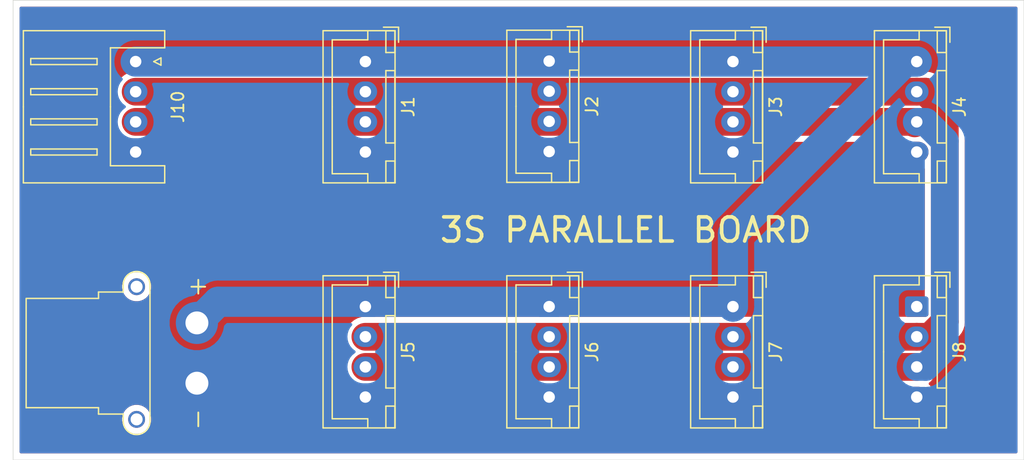
<source format=kicad_pcb>
(kicad_pcb (version 20171130) (host pcbnew "(5.1.9)-1")

  (general
    (thickness 1.6)
    (drawings 5)
    (tracks 22)
    (zones 0)
    (modules 10)
    (nets 5)
  )

  (page A4)
  (layers
    (0 F.Cu signal)
    (31 B.Cu signal)
    (32 B.Adhes user)
    (33 F.Adhes user)
    (34 B.Paste user)
    (35 F.Paste user)
    (36 B.SilkS user)
    (37 F.SilkS user)
    (38 B.Mask user)
    (39 F.Mask user)
    (40 Dwgs.User user)
    (41 Cmts.User user)
    (42 Eco1.User user)
    (43 Eco2.User user)
    (44 Edge.Cuts user)
    (45 Margin user)
    (46 B.CrtYd user)
    (47 F.CrtYd user)
    (48 B.Fab user)
    (49 F.Fab user)
  )

  (setup
    (last_trace_width 2.5)
    (user_trace_width 2.2)
    (user_trace_width 2.3)
    (user_trace_width 2.4)
    (user_trace_width 2.5)
    (trace_clearance 0.2)
    (zone_clearance 0.508)
    (zone_45_only no)
    (trace_min 0.2)
    (via_size 0.8)
    (via_drill 0.4)
    (via_min_size 0.4)
    (via_min_drill 0.3)
    (uvia_size 0.3)
    (uvia_drill 0.1)
    (uvias_allowed no)
    (uvia_min_size 0.2)
    (uvia_min_drill 0.1)
    (edge_width 0.05)
    (segment_width 0.2)
    (pcb_text_width 0.3)
    (pcb_text_size 1.5 1.5)
    (mod_edge_width 0.12)
    (mod_text_size 1 1)
    (mod_text_width 0.15)
    (pad_size 1.524 1.524)
    (pad_drill 0.762)
    (pad_to_mask_clearance 0)
    (aux_axis_origin 0 0)
    (visible_elements 7FFFFFFF)
    (pcbplotparams
      (layerselection 0x010fc_ffffffff)
      (usegerberextensions false)
      (usegerberattributes true)
      (usegerberadvancedattributes true)
      (creategerberjobfile true)
      (excludeedgelayer true)
      (linewidth 0.100000)
      (plotframeref false)
      (viasonmask false)
      (mode 1)
      (useauxorigin false)
      (hpglpennumber 1)
      (hpglpenspeed 20)
      (hpglpendiameter 15.000000)
      (psnegative false)
      (psa4output false)
      (plotreference true)
      (plotvalue true)
      (plotinvisibletext false)
      (padsonsilk false)
      (subtractmaskfromsilk false)
      (outputformat 1)
      (mirror false)
      (drillshape 0)
      (scaleselection 1)
      (outputdirectory "gerber/"))
  )

  (net 0 "")
  (net 1 VCC)
  (net 2 "Net-(J1-Pad2)")
  (net 3 GND)
  (net 4 "Net-(J1-Pad3)")

  (net_class Default "This is the default net class."
    (clearance 0.2)
    (trace_width 0.25)
    (via_dia 0.8)
    (via_drill 0.4)
    (uvia_dia 0.3)
    (uvia_drill 0.1)
    (add_net GND)
    (add_net "Net-(J1-Pad2)")
    (add_net "Net-(J1-Pad3)")
    (add_net VCC)
  )

  (module Connector_AMASS:AMASS_XT30PW-F_1x02_P2.50mm_Horizontal (layer F.Cu) (tedit 5C8EB270) (tstamp 60F53D36)
    (at 91.44 125.73 90)
    (descr "Connector XT30 Horizontal PCB Female, https://www.tme.eu/en/Document/ce4077e36b79046da520ca73227e15de/XT30PW%20SPEC.pdf")
    (tags "RC Connector XT30")
    (path /60F645AA)
    (fp_text reference J9 (at 2.5 -15.5 90) (layer F.SilkS) hide
      (effects (font (size 1 1) (thickness 0.15)))
    )
    (fp_text value Conn_01x02 (at 2.5 3.5 90) (layer F.Fab)
      (effects (font (size 1 1) (thickness 0.15)))
    )
    (fp_text user - (at -3 0 90) (layer F.SilkS)
      (effects (font (size 1.5 1.5) (thickness 0.15)))
    )
    (fp_text user + (at 8 0 90) (layer F.SilkS)
      (effects (font (size 1.5 1.5) (thickness 0.15)))
    )
    (fp_arc (start 8.15 -5) (end 8.15 -3.89) (angle -180) (layer F.SilkS) (width 0.12))
    (fp_arc (start -3.15 -5) (end -3.15 -6.11) (angle -171.1) (layer F.SilkS) (width 0.12))
    (fp_arc (start -3.15 -5) (end -3.15 -6) (angle -180) (layer F.Fab) (width 0.1))
    (fp_arc (start 8.15 -5) (end 8.15 -4) (angle -180) (layer F.Fab) (width 0.1))
    (fp_text user %R (at 2.5 -3 90) (layer F.Fab)
      (effects (font (size 1 1) (thickness 0.15)))
    )
    (fp_line (start -1.92 -14.05) (end 6.92 -14.05) (layer F.Fab) (width 0.1))
    (fp_line (start -1.92 -14.05) (end -1.92 -8.05) (layer F.Fab) (width 0.1))
    (fp_line (start 6.92 -14.05) (end 6.92 -8.05) (layer F.Fab) (width 0.1))
    (fp_line (start -2.45 -8.05) (end 7.45 -8.05) (layer F.Fab) (width 0.1))
    (fp_line (start -2.56 -8.16) (end -2.03 -8.16) (layer F.SilkS) (width 0.12))
    (fp_line (start -4.65 2.25) (end 9.65 2.25) (layer F.CrtYd) (width 0.05))
    (fp_line (start 9.65 -8.55) (end 9.65 2.25) (layer F.CrtYd) (width 0.05))
    (fp_line (start 7.42 -8.55) (end 9.65 -8.55) (layer F.CrtYd) (width 0.05))
    (fp_line (start 7.42 -14.55) (end 7.42 -8.55) (layer F.CrtYd) (width 0.05))
    (fp_line (start -2.42 -14.55) (end 7.42 -14.55) (layer F.CrtYd) (width 0.05))
    (fp_line (start -2.42 -14.55) (end -2.42 -8.55) (layer F.CrtYd) (width 0.05))
    (fp_line (start -4.65 -8.55) (end -2.42 -8.55) (layer F.CrtYd) (width 0.05))
    (fp_line (start -4.65 -8.55) (end -4.65 2.25) (layer F.CrtYd) (width 0.05))
    (fp_line (start -3.26 -3.89) (end 8.26 -3.89) (layer F.SilkS) (width 0.12))
    (fp_line (start -3.15 -4) (end 8.15 -4) (layer F.Fab) (width 0.1))
    (fp_line (start -3.15 -6) (end -2.45 -6) (layer F.Fab) (width 0.1))
    (fp_line (start -2.45 -8.05) (end -2.45 -6) (layer F.Fab) (width 0.1))
    (fp_line (start 7.45 -8.05) (end 7.45 -6.05) (layer F.Fab) (width 0.1))
    (fp_line (start 7.45 -6) (end 8.15 -6) (layer F.Fab) (width 0.1))
    (fp_line (start -2.56 -8.16) (end -2.56 -6.11) (layer F.SilkS) (width 0.12))
    (fp_line (start -3.26 -6.11) (end -2.56 -6.11) (layer F.SilkS) (width 0.12))
    (fp_line (start 7.56 -6.11) (end 8.26 -6.11) (layer F.SilkS) (width 0.12))
    (fp_line (start 7.56 -8.16) (end 7.56 -6.11) (layer F.SilkS) (width 0.12))
    (fp_line (start 7.03 -8.16) (end 7.56 -8.16) (layer F.SilkS) (width 0.12))
    (fp_line (start 7.03 -14.16) (end 7.03 -8.16) (layer F.SilkS) (width 0.12))
    (fp_line (start -2.03 -14.16) (end 7 -14.16) (layer F.SilkS) (width 0.12))
    (fp_line (start -2.03 -14.16) (end -2.03 -8.16) (layer F.SilkS) (width 0.12))
    (pad 2 thru_hole circle (at 5 0 90) (size 3.5 3.5) (drill 1.9) (layers *.Cu *.Mask)
      (net 1 VCC))
    (pad 1 thru_hole rect (at 0 0 90) (size 3.5 3.5) (drill 1.9) (layers *.Cu *.Mask)
      (net 3 GND))
    (pad "" thru_hole circle (at 8 -5 90) (size 1.4 1.4) (drill 1) (layers *.Cu *.Mask))
    (pad "" thru_hole circle (at -3 -5 180) (size 1.4 1.4) (drill 1) (layers *.Cu *.Mask))
    (model ${KISYS3DMOD}/Connector_AMASS.3dshapes/AMASS_XT30PW-F_1x02_P2.50mm_Horizontal.wrl
      (at (xyz 0 0 0))
      (scale (xyz 1 1 1))
      (rotate (xyz 0 0 0))
    )
  )

  (module Connector_JST:JST_XH_S4B-XH-A_1x04_P2.50mm_Horizontal (layer F.Cu) (tedit 5C281475) (tstamp 60F50B6F)
    (at 86.36 99.06 270)
    (descr "JST XH series connector, S4B-XH-A (http://www.jst-mfg.com/product/pdf/eng/eXH.pdf), generated with kicad-footprint-generator")
    (tags "connector JST XH horizontal")
    (path /60F67F30)
    (fp_text reference J10 (at 3.75 -3.5 90) (layer F.SilkS)
      (effects (font (size 1 1) (thickness 0.15)))
    )
    (fp_text value Conn_01x03 (at 3.75 10.4 90) (layer F.Fab)
      (effects (font (size 1 1) (thickness 0.15)))
    )
    (fp_line (start -2.95 -2.8) (end -2.95 9.7) (layer F.CrtYd) (width 0.05))
    (fp_line (start -2.95 9.7) (end 10.45 9.7) (layer F.CrtYd) (width 0.05))
    (fp_line (start 10.45 9.7) (end 10.45 -2.8) (layer F.CrtYd) (width 0.05))
    (fp_line (start 10.45 -2.8) (end -2.95 -2.8) (layer F.CrtYd) (width 0.05))
    (fp_line (start 3.75 9.31) (end -2.56 9.31) (layer F.SilkS) (width 0.12))
    (fp_line (start -2.56 9.31) (end -2.56 -2.41) (layer F.SilkS) (width 0.12))
    (fp_line (start -2.56 -2.41) (end -1.14 -2.41) (layer F.SilkS) (width 0.12))
    (fp_line (start -1.14 -2.41) (end -1.14 2.09) (layer F.SilkS) (width 0.12))
    (fp_line (start -1.14 2.09) (end 3.75 2.09) (layer F.SilkS) (width 0.12))
    (fp_line (start 3.75 9.31) (end 10.06 9.31) (layer F.SilkS) (width 0.12))
    (fp_line (start 10.06 9.31) (end 10.06 -2.41) (layer F.SilkS) (width 0.12))
    (fp_line (start 10.06 -2.41) (end 8.64 -2.41) (layer F.SilkS) (width 0.12))
    (fp_line (start 8.64 -2.41) (end 8.64 2.09) (layer F.SilkS) (width 0.12))
    (fp_line (start 8.64 2.09) (end 3.75 2.09) (layer F.SilkS) (width 0.12))
    (fp_line (start 3.75 9.2) (end -2.45 9.2) (layer F.Fab) (width 0.1))
    (fp_line (start -2.45 9.2) (end -2.45 -2.3) (layer F.Fab) (width 0.1))
    (fp_line (start -2.45 -2.3) (end -1.25 -2.3) (layer F.Fab) (width 0.1))
    (fp_line (start -1.25 -2.3) (end -1.25 2.2) (layer F.Fab) (width 0.1))
    (fp_line (start -1.25 2.2) (end 3.75 2.2) (layer F.Fab) (width 0.1))
    (fp_line (start 3.75 9.2) (end 9.95 9.2) (layer F.Fab) (width 0.1))
    (fp_line (start 9.95 9.2) (end 9.95 -2.3) (layer F.Fab) (width 0.1))
    (fp_line (start 9.95 -2.3) (end 8.75 -2.3) (layer F.Fab) (width 0.1))
    (fp_line (start 8.75 -2.3) (end 8.75 2.2) (layer F.Fab) (width 0.1))
    (fp_line (start 8.75 2.2) (end 3.75 2.2) (layer F.Fab) (width 0.1))
    (fp_line (start -0.25 3.2) (end -0.25 8.7) (layer F.SilkS) (width 0.12))
    (fp_line (start -0.25 8.7) (end 0.25 8.7) (layer F.SilkS) (width 0.12))
    (fp_line (start 0.25 8.7) (end 0.25 3.2) (layer F.SilkS) (width 0.12))
    (fp_line (start 0.25 3.2) (end -0.25 3.2) (layer F.SilkS) (width 0.12))
    (fp_line (start 2.25 3.2) (end 2.25 8.7) (layer F.SilkS) (width 0.12))
    (fp_line (start 2.25 8.7) (end 2.75 8.7) (layer F.SilkS) (width 0.12))
    (fp_line (start 2.75 8.7) (end 2.75 3.2) (layer F.SilkS) (width 0.12))
    (fp_line (start 2.75 3.2) (end 2.25 3.2) (layer F.SilkS) (width 0.12))
    (fp_line (start 4.75 3.2) (end 4.75 8.7) (layer F.SilkS) (width 0.12))
    (fp_line (start 4.75 8.7) (end 5.25 8.7) (layer F.SilkS) (width 0.12))
    (fp_line (start 5.25 8.7) (end 5.25 3.2) (layer F.SilkS) (width 0.12))
    (fp_line (start 5.25 3.2) (end 4.75 3.2) (layer F.SilkS) (width 0.12))
    (fp_line (start 7.25 3.2) (end 7.25 8.7) (layer F.SilkS) (width 0.12))
    (fp_line (start 7.25 8.7) (end 7.75 8.7) (layer F.SilkS) (width 0.12))
    (fp_line (start 7.75 8.7) (end 7.75 3.2) (layer F.SilkS) (width 0.12))
    (fp_line (start 7.75 3.2) (end 7.25 3.2) (layer F.SilkS) (width 0.12))
    (fp_line (start 0 -1.5) (end -0.3 -2.1) (layer F.SilkS) (width 0.12))
    (fp_line (start -0.3 -2.1) (end 0.3 -2.1) (layer F.SilkS) (width 0.12))
    (fp_line (start 0.3 -2.1) (end 0 -1.5) (layer F.SilkS) (width 0.12))
    (fp_line (start -0.625 2.2) (end 0 1.2) (layer F.Fab) (width 0.1))
    (fp_line (start 0 1.2) (end 0.625 2.2) (layer F.Fab) (width 0.1))
    (fp_text user %R (at 3.75 3.45 90) (layer F.Fab)
      (effects (font (size 1 1) (thickness 0.15)))
    )
    (pad 4 thru_hole oval (at 7.5 0 270) (size 1.7 1.95) (drill 0.95) (layers *.Cu *.Mask)
      (net 3 GND))
    (pad 3 thru_hole oval (at 5 0 270) (size 1.7 1.95) (drill 0.95) (layers *.Cu *.Mask)
      (net 4 "Net-(J1-Pad3)"))
    (pad 2 thru_hole oval (at 2.5 0 270) (size 1.7 1.95) (drill 0.95) (layers *.Cu *.Mask)
      (net 2 "Net-(J1-Pad2)"))
    (pad 1 thru_hole roundrect (at 0 0 270) (size 1.7 1.95) (drill 0.95) (layers *.Cu *.Mask) (roundrect_rratio 0.1470588235294118)
      (net 1 VCC))
    (model ${KISYS3DMOD}/Connector_JST.3dshapes/JST_XH_S4B-XH-A_1x04_P2.50mm_Horizontal.wrl
      (at (xyz 0 0 0))
      (scale (xyz 1 1 1))
      (rotate (xyz 0 0 0))
    )
  )

  (module Connector_JST:JST_XH_B4B-XH-A_1x04_P2.50mm_Vertical (layer F.Cu) (tedit 5C28146C) (tstamp 60F50B2C)
    (at 151.13 119.38 270)
    (descr "JST XH series connector, B4B-XH-A (http://www.jst-mfg.com/product/pdf/eng/eXH.pdf), generated with kicad-footprint-generator")
    (tags "connector JST XH vertical")
    (path /60F593D2)
    (fp_text reference J8 (at 3.75 -3.55 90) (layer F.SilkS)
      (effects (font (size 1 1) (thickness 0.15)))
    )
    (fp_text value Conn_01x03 (at 3.75 4.6 90) (layer F.Fab)
      (effects (font (size 1 1) (thickness 0.15)))
    )
    (fp_line (start -2.45 -2.35) (end -2.45 3.4) (layer F.Fab) (width 0.1))
    (fp_line (start -2.45 3.4) (end 9.95 3.4) (layer F.Fab) (width 0.1))
    (fp_line (start 9.95 3.4) (end 9.95 -2.35) (layer F.Fab) (width 0.1))
    (fp_line (start 9.95 -2.35) (end -2.45 -2.35) (layer F.Fab) (width 0.1))
    (fp_line (start -2.56 -2.46) (end -2.56 3.51) (layer F.SilkS) (width 0.12))
    (fp_line (start -2.56 3.51) (end 10.06 3.51) (layer F.SilkS) (width 0.12))
    (fp_line (start 10.06 3.51) (end 10.06 -2.46) (layer F.SilkS) (width 0.12))
    (fp_line (start 10.06 -2.46) (end -2.56 -2.46) (layer F.SilkS) (width 0.12))
    (fp_line (start -2.95 -2.85) (end -2.95 3.9) (layer F.CrtYd) (width 0.05))
    (fp_line (start -2.95 3.9) (end 10.45 3.9) (layer F.CrtYd) (width 0.05))
    (fp_line (start 10.45 3.9) (end 10.45 -2.85) (layer F.CrtYd) (width 0.05))
    (fp_line (start 10.45 -2.85) (end -2.95 -2.85) (layer F.CrtYd) (width 0.05))
    (fp_line (start -0.625 -2.35) (end 0 -1.35) (layer F.Fab) (width 0.1))
    (fp_line (start 0 -1.35) (end 0.625 -2.35) (layer F.Fab) (width 0.1))
    (fp_line (start 0.75 -2.45) (end 0.75 -1.7) (layer F.SilkS) (width 0.12))
    (fp_line (start 0.75 -1.7) (end 6.75 -1.7) (layer F.SilkS) (width 0.12))
    (fp_line (start 6.75 -1.7) (end 6.75 -2.45) (layer F.SilkS) (width 0.12))
    (fp_line (start 6.75 -2.45) (end 0.75 -2.45) (layer F.SilkS) (width 0.12))
    (fp_line (start -2.55 -2.45) (end -2.55 -1.7) (layer F.SilkS) (width 0.12))
    (fp_line (start -2.55 -1.7) (end -0.75 -1.7) (layer F.SilkS) (width 0.12))
    (fp_line (start -0.75 -1.7) (end -0.75 -2.45) (layer F.SilkS) (width 0.12))
    (fp_line (start -0.75 -2.45) (end -2.55 -2.45) (layer F.SilkS) (width 0.12))
    (fp_line (start 8.25 -2.45) (end 8.25 -1.7) (layer F.SilkS) (width 0.12))
    (fp_line (start 8.25 -1.7) (end 10.05 -1.7) (layer F.SilkS) (width 0.12))
    (fp_line (start 10.05 -1.7) (end 10.05 -2.45) (layer F.SilkS) (width 0.12))
    (fp_line (start 10.05 -2.45) (end 8.25 -2.45) (layer F.SilkS) (width 0.12))
    (fp_line (start -2.55 -0.2) (end -1.8 -0.2) (layer F.SilkS) (width 0.12))
    (fp_line (start -1.8 -0.2) (end -1.8 2.75) (layer F.SilkS) (width 0.12))
    (fp_line (start -1.8 2.75) (end 3.75 2.75) (layer F.SilkS) (width 0.12))
    (fp_line (start 10.05 -0.2) (end 9.3 -0.2) (layer F.SilkS) (width 0.12))
    (fp_line (start 9.3 -0.2) (end 9.3 2.75) (layer F.SilkS) (width 0.12))
    (fp_line (start 9.3 2.75) (end 3.75 2.75) (layer F.SilkS) (width 0.12))
    (fp_line (start -1.6 -2.75) (end -2.85 -2.75) (layer F.SilkS) (width 0.12))
    (fp_line (start -2.85 -2.75) (end -2.85 -1.5) (layer F.SilkS) (width 0.12))
    (fp_text user %R (at 3.75 2.7 90) (layer F.Fab)
      (effects (font (size 1 1) (thickness 0.15)))
    )
    (pad 4 thru_hole oval (at 7.5 0 270) (size 1.7 1.95) (drill 0.95) (layers *.Cu *.Mask)
      (net 3 GND))
    (pad 3 thru_hole oval (at 5 0 270) (size 1.7 1.95) (drill 0.95) (layers *.Cu *.Mask)
      (net 4 "Net-(J1-Pad3)"))
    (pad 2 thru_hole oval (at 2.5 0 270) (size 1.7 1.95) (drill 0.95) (layers *.Cu *.Mask)
      (net 2 "Net-(J1-Pad2)"))
    (pad 1 thru_hole roundrect (at 0 0 270) (size 1.7 1.95) (drill 0.95) (layers *.Cu *.Mask) (roundrect_rratio 0.1470588235294118)
      (net 1 VCC))
    (model ${KISYS3DMOD}/Connector_JST.3dshapes/JST_XH_B4B-XH-A_1x04_P2.50mm_Vertical.wrl
      (at (xyz 0 0 0))
      (scale (xyz 1 1 1))
      (rotate (xyz 0 0 0))
    )
  )

  (module Connector_JST:JST_XH_B4B-XH-A_1x04_P2.50mm_Vertical (layer F.Cu) (tedit 5C28146C) (tstamp 60F522A3)
    (at 135.89 119.38 270)
    (descr "JST XH series connector, B4B-XH-A (http://www.jst-mfg.com/product/pdf/eng/eXH.pdf), generated with kicad-footprint-generator")
    (tags "connector JST XH vertical")
    (path /60F593C8)
    (fp_text reference J7 (at 3.75 -3.55 90) (layer F.SilkS)
      (effects (font (size 1 1) (thickness 0.15)))
    )
    (fp_text value Conn_01x03 (at 3.75 4.6 90) (layer F.Fab)
      (effects (font (size 1 1) (thickness 0.15)))
    )
    (fp_line (start -2.45 -2.35) (end -2.45 3.4) (layer F.Fab) (width 0.1))
    (fp_line (start -2.45 3.4) (end 9.95 3.4) (layer F.Fab) (width 0.1))
    (fp_line (start 9.95 3.4) (end 9.95 -2.35) (layer F.Fab) (width 0.1))
    (fp_line (start 9.95 -2.35) (end -2.45 -2.35) (layer F.Fab) (width 0.1))
    (fp_line (start -2.56 -2.46) (end -2.56 3.51) (layer F.SilkS) (width 0.12))
    (fp_line (start -2.56 3.51) (end 10.06 3.51) (layer F.SilkS) (width 0.12))
    (fp_line (start 10.06 3.51) (end 10.06 -2.46) (layer F.SilkS) (width 0.12))
    (fp_line (start 10.06 -2.46) (end -2.56 -2.46) (layer F.SilkS) (width 0.12))
    (fp_line (start -2.95 -2.85) (end -2.95 3.9) (layer F.CrtYd) (width 0.05))
    (fp_line (start -2.95 3.9) (end 10.45 3.9) (layer F.CrtYd) (width 0.05))
    (fp_line (start 10.45 3.9) (end 10.45 -2.85) (layer F.CrtYd) (width 0.05))
    (fp_line (start 10.45 -2.85) (end -2.95 -2.85) (layer F.CrtYd) (width 0.05))
    (fp_line (start -0.625 -2.35) (end 0 -1.35) (layer F.Fab) (width 0.1))
    (fp_line (start 0 -1.35) (end 0.625 -2.35) (layer F.Fab) (width 0.1))
    (fp_line (start 0.75 -2.45) (end 0.75 -1.7) (layer F.SilkS) (width 0.12))
    (fp_line (start 0.75 -1.7) (end 6.75 -1.7) (layer F.SilkS) (width 0.12))
    (fp_line (start 6.75 -1.7) (end 6.75 -2.45) (layer F.SilkS) (width 0.12))
    (fp_line (start 6.75 -2.45) (end 0.75 -2.45) (layer F.SilkS) (width 0.12))
    (fp_line (start -2.55 -2.45) (end -2.55 -1.7) (layer F.SilkS) (width 0.12))
    (fp_line (start -2.55 -1.7) (end -0.75 -1.7) (layer F.SilkS) (width 0.12))
    (fp_line (start -0.75 -1.7) (end -0.75 -2.45) (layer F.SilkS) (width 0.12))
    (fp_line (start -0.75 -2.45) (end -2.55 -2.45) (layer F.SilkS) (width 0.12))
    (fp_line (start 8.25 -2.45) (end 8.25 -1.7) (layer F.SilkS) (width 0.12))
    (fp_line (start 8.25 -1.7) (end 10.05 -1.7) (layer F.SilkS) (width 0.12))
    (fp_line (start 10.05 -1.7) (end 10.05 -2.45) (layer F.SilkS) (width 0.12))
    (fp_line (start 10.05 -2.45) (end 8.25 -2.45) (layer F.SilkS) (width 0.12))
    (fp_line (start -2.55 -0.2) (end -1.8 -0.2) (layer F.SilkS) (width 0.12))
    (fp_line (start -1.8 -0.2) (end -1.8 2.75) (layer F.SilkS) (width 0.12))
    (fp_line (start -1.8 2.75) (end 3.75 2.75) (layer F.SilkS) (width 0.12))
    (fp_line (start 10.05 -0.2) (end 9.3 -0.2) (layer F.SilkS) (width 0.12))
    (fp_line (start 9.3 -0.2) (end 9.3 2.75) (layer F.SilkS) (width 0.12))
    (fp_line (start 9.3 2.75) (end 3.75 2.75) (layer F.SilkS) (width 0.12))
    (fp_line (start -1.6 -2.75) (end -2.85 -2.75) (layer F.SilkS) (width 0.12))
    (fp_line (start -2.85 -2.75) (end -2.85 -1.5) (layer F.SilkS) (width 0.12))
    (fp_text user %R (at 3.75 2.7 90) (layer F.Fab)
      (effects (font (size 1 1) (thickness 0.15)))
    )
    (pad 4 thru_hole oval (at 7.5 0 270) (size 1.7 1.95) (drill 0.95) (layers *.Cu *.Mask)
      (net 3 GND))
    (pad 3 thru_hole oval (at 5 0 270) (size 1.7 1.95) (drill 0.95) (layers *.Cu *.Mask)
      (net 4 "Net-(J1-Pad3)"))
    (pad 2 thru_hole oval (at 2.5 0 270) (size 1.7 1.95) (drill 0.95) (layers *.Cu *.Mask)
      (net 2 "Net-(J1-Pad2)"))
    (pad 1 thru_hole roundrect (at 0 0 270) (size 1.7 1.95) (drill 0.95) (layers *.Cu *.Mask) (roundrect_rratio 0.1470588235294118)
      (net 1 VCC))
    (model ${KISYS3DMOD}/Connector_JST.3dshapes/JST_XH_B4B-XH-A_1x04_P2.50mm_Vertical.wrl
      (at (xyz 0 0 0))
      (scale (xyz 1 1 1))
      (rotate (xyz 0 0 0))
    )
  )

  (module Connector_JST:JST_XH_B4B-XH-A_1x04_P2.50mm_Vertical (layer F.Cu) (tedit 5C28146C) (tstamp 60F50AD8)
    (at 120.65 119.38 270)
    (descr "JST XH series connector, B4B-XH-A (http://www.jst-mfg.com/product/pdf/eng/eXH.pdf), generated with kicad-footprint-generator")
    (tags "connector JST XH vertical")
    (path /60F593BE)
    (fp_text reference J6 (at 3.75 -3.55 90) (layer F.SilkS)
      (effects (font (size 1 1) (thickness 0.15)))
    )
    (fp_text value Conn_01x03 (at 3.75 4.6 90) (layer F.Fab)
      (effects (font (size 1 1) (thickness 0.15)))
    )
    (fp_line (start -2.45 -2.35) (end -2.45 3.4) (layer F.Fab) (width 0.1))
    (fp_line (start -2.45 3.4) (end 9.95 3.4) (layer F.Fab) (width 0.1))
    (fp_line (start 9.95 3.4) (end 9.95 -2.35) (layer F.Fab) (width 0.1))
    (fp_line (start 9.95 -2.35) (end -2.45 -2.35) (layer F.Fab) (width 0.1))
    (fp_line (start -2.56 -2.46) (end -2.56 3.51) (layer F.SilkS) (width 0.12))
    (fp_line (start -2.56 3.51) (end 10.06 3.51) (layer F.SilkS) (width 0.12))
    (fp_line (start 10.06 3.51) (end 10.06 -2.46) (layer F.SilkS) (width 0.12))
    (fp_line (start 10.06 -2.46) (end -2.56 -2.46) (layer F.SilkS) (width 0.12))
    (fp_line (start -2.95 -2.85) (end -2.95 3.9) (layer F.CrtYd) (width 0.05))
    (fp_line (start -2.95 3.9) (end 10.45 3.9) (layer F.CrtYd) (width 0.05))
    (fp_line (start 10.45 3.9) (end 10.45 -2.85) (layer F.CrtYd) (width 0.05))
    (fp_line (start 10.45 -2.85) (end -2.95 -2.85) (layer F.CrtYd) (width 0.05))
    (fp_line (start -0.625 -2.35) (end 0 -1.35) (layer F.Fab) (width 0.1))
    (fp_line (start 0 -1.35) (end 0.625 -2.35) (layer F.Fab) (width 0.1))
    (fp_line (start 0.75 -2.45) (end 0.75 -1.7) (layer F.SilkS) (width 0.12))
    (fp_line (start 0.75 -1.7) (end 6.75 -1.7) (layer F.SilkS) (width 0.12))
    (fp_line (start 6.75 -1.7) (end 6.75 -2.45) (layer F.SilkS) (width 0.12))
    (fp_line (start 6.75 -2.45) (end 0.75 -2.45) (layer F.SilkS) (width 0.12))
    (fp_line (start -2.55 -2.45) (end -2.55 -1.7) (layer F.SilkS) (width 0.12))
    (fp_line (start -2.55 -1.7) (end -0.75 -1.7) (layer F.SilkS) (width 0.12))
    (fp_line (start -0.75 -1.7) (end -0.75 -2.45) (layer F.SilkS) (width 0.12))
    (fp_line (start -0.75 -2.45) (end -2.55 -2.45) (layer F.SilkS) (width 0.12))
    (fp_line (start 8.25 -2.45) (end 8.25 -1.7) (layer F.SilkS) (width 0.12))
    (fp_line (start 8.25 -1.7) (end 10.05 -1.7) (layer F.SilkS) (width 0.12))
    (fp_line (start 10.05 -1.7) (end 10.05 -2.45) (layer F.SilkS) (width 0.12))
    (fp_line (start 10.05 -2.45) (end 8.25 -2.45) (layer F.SilkS) (width 0.12))
    (fp_line (start -2.55 -0.2) (end -1.8 -0.2) (layer F.SilkS) (width 0.12))
    (fp_line (start -1.8 -0.2) (end -1.8 2.75) (layer F.SilkS) (width 0.12))
    (fp_line (start -1.8 2.75) (end 3.75 2.75) (layer F.SilkS) (width 0.12))
    (fp_line (start 10.05 -0.2) (end 9.3 -0.2) (layer F.SilkS) (width 0.12))
    (fp_line (start 9.3 -0.2) (end 9.3 2.75) (layer F.SilkS) (width 0.12))
    (fp_line (start 9.3 2.75) (end 3.75 2.75) (layer F.SilkS) (width 0.12))
    (fp_line (start -1.6 -2.75) (end -2.85 -2.75) (layer F.SilkS) (width 0.12))
    (fp_line (start -2.85 -2.75) (end -2.85 -1.5) (layer F.SilkS) (width 0.12))
    (fp_text user %R (at 3.75 2.7 90) (layer F.Fab)
      (effects (font (size 1 1) (thickness 0.15)))
    )
    (pad 4 thru_hole oval (at 7.5 0 270) (size 1.7 1.95) (drill 0.95) (layers *.Cu *.Mask)
      (net 3 GND))
    (pad 3 thru_hole oval (at 5 0 270) (size 1.7 1.95) (drill 0.95) (layers *.Cu *.Mask)
      (net 4 "Net-(J1-Pad3)"))
    (pad 2 thru_hole oval (at 2.5 0 270) (size 1.7 1.95) (drill 0.95) (layers *.Cu *.Mask)
      (net 2 "Net-(J1-Pad2)"))
    (pad 1 thru_hole roundrect (at 0 0 270) (size 1.7 1.95) (drill 0.95) (layers *.Cu *.Mask) (roundrect_rratio 0.1470588235294118)
      (net 1 VCC))
    (model ${KISYS3DMOD}/Connector_JST.3dshapes/JST_XH_B4B-XH-A_1x04_P2.50mm_Vertical.wrl
      (at (xyz 0 0 0))
      (scale (xyz 1 1 1))
      (rotate (xyz 0 0 0))
    )
  )

  (module Connector_JST:JST_XH_B4B-XH-A_1x04_P2.50mm_Vertical (layer F.Cu) (tedit 5C28146C) (tstamp 60F50AAE)
    (at 105.41 119.38 270)
    (descr "JST XH series connector, B4B-XH-A (http://www.jst-mfg.com/product/pdf/eng/eXH.pdf), generated with kicad-footprint-generator")
    (tags "connector JST XH vertical")
    (path /60F59340)
    (fp_text reference J5 (at 3.75 -3.55 90) (layer F.SilkS)
      (effects (font (size 1 1) (thickness 0.15)))
    )
    (fp_text value Conn_01x03 (at 3.75 4.6 90) (layer F.Fab)
      (effects (font (size 1 1) (thickness 0.15)))
    )
    (fp_line (start -2.45 -2.35) (end -2.45 3.4) (layer F.Fab) (width 0.1))
    (fp_line (start -2.45 3.4) (end 9.95 3.4) (layer F.Fab) (width 0.1))
    (fp_line (start 9.95 3.4) (end 9.95 -2.35) (layer F.Fab) (width 0.1))
    (fp_line (start 9.95 -2.35) (end -2.45 -2.35) (layer F.Fab) (width 0.1))
    (fp_line (start -2.56 -2.46) (end -2.56 3.51) (layer F.SilkS) (width 0.12))
    (fp_line (start -2.56 3.51) (end 10.06 3.51) (layer F.SilkS) (width 0.12))
    (fp_line (start 10.06 3.51) (end 10.06 -2.46) (layer F.SilkS) (width 0.12))
    (fp_line (start 10.06 -2.46) (end -2.56 -2.46) (layer F.SilkS) (width 0.12))
    (fp_line (start -2.95 -2.85) (end -2.95 3.9) (layer F.CrtYd) (width 0.05))
    (fp_line (start -2.95 3.9) (end 10.45 3.9) (layer F.CrtYd) (width 0.05))
    (fp_line (start 10.45 3.9) (end 10.45 -2.85) (layer F.CrtYd) (width 0.05))
    (fp_line (start 10.45 -2.85) (end -2.95 -2.85) (layer F.CrtYd) (width 0.05))
    (fp_line (start -0.625 -2.35) (end 0 -1.35) (layer F.Fab) (width 0.1))
    (fp_line (start 0 -1.35) (end 0.625 -2.35) (layer F.Fab) (width 0.1))
    (fp_line (start 0.75 -2.45) (end 0.75 -1.7) (layer F.SilkS) (width 0.12))
    (fp_line (start 0.75 -1.7) (end 6.75 -1.7) (layer F.SilkS) (width 0.12))
    (fp_line (start 6.75 -1.7) (end 6.75 -2.45) (layer F.SilkS) (width 0.12))
    (fp_line (start 6.75 -2.45) (end 0.75 -2.45) (layer F.SilkS) (width 0.12))
    (fp_line (start -2.55 -2.45) (end -2.55 -1.7) (layer F.SilkS) (width 0.12))
    (fp_line (start -2.55 -1.7) (end -0.75 -1.7) (layer F.SilkS) (width 0.12))
    (fp_line (start -0.75 -1.7) (end -0.75 -2.45) (layer F.SilkS) (width 0.12))
    (fp_line (start -0.75 -2.45) (end -2.55 -2.45) (layer F.SilkS) (width 0.12))
    (fp_line (start 8.25 -2.45) (end 8.25 -1.7) (layer F.SilkS) (width 0.12))
    (fp_line (start 8.25 -1.7) (end 10.05 -1.7) (layer F.SilkS) (width 0.12))
    (fp_line (start 10.05 -1.7) (end 10.05 -2.45) (layer F.SilkS) (width 0.12))
    (fp_line (start 10.05 -2.45) (end 8.25 -2.45) (layer F.SilkS) (width 0.12))
    (fp_line (start -2.55 -0.2) (end -1.8 -0.2) (layer F.SilkS) (width 0.12))
    (fp_line (start -1.8 -0.2) (end -1.8 2.75) (layer F.SilkS) (width 0.12))
    (fp_line (start -1.8 2.75) (end 3.75 2.75) (layer F.SilkS) (width 0.12))
    (fp_line (start 10.05 -0.2) (end 9.3 -0.2) (layer F.SilkS) (width 0.12))
    (fp_line (start 9.3 -0.2) (end 9.3 2.75) (layer F.SilkS) (width 0.12))
    (fp_line (start 9.3 2.75) (end 3.75 2.75) (layer F.SilkS) (width 0.12))
    (fp_line (start -1.6 -2.75) (end -2.85 -2.75) (layer F.SilkS) (width 0.12))
    (fp_line (start -2.85 -2.75) (end -2.85 -1.5) (layer F.SilkS) (width 0.12))
    (fp_text user %R (at 3.75 2.7 90) (layer F.Fab)
      (effects (font (size 1 1) (thickness 0.15)))
    )
    (pad 4 thru_hole oval (at 7.5 0 270) (size 1.7 1.95) (drill 0.95) (layers *.Cu *.Mask)
      (net 3 GND))
    (pad 3 thru_hole oval (at 5 0 270) (size 1.7 1.95) (drill 0.95) (layers *.Cu *.Mask)
      (net 4 "Net-(J1-Pad3)"))
    (pad 2 thru_hole oval (at 2.5 0 270) (size 1.7 1.95) (drill 0.95) (layers *.Cu *.Mask)
      (net 2 "Net-(J1-Pad2)"))
    (pad 1 thru_hole roundrect (at 0 0 270) (size 1.7 1.95) (drill 0.95) (layers *.Cu *.Mask) (roundrect_rratio 0.1470588235294118)
      (net 1 VCC))
    (model ${KISYS3DMOD}/Connector_JST.3dshapes/JST_XH_B4B-XH-A_1x04_P2.50mm_Vertical.wrl
      (at (xyz 0 0 0))
      (scale (xyz 1 1 1))
      (rotate (xyz 0 0 0))
    )
  )

  (module Connector_JST:JST_XH_B4B-XH-A_1x04_P2.50mm_Vertical (layer F.Cu) (tedit 5C28146C) (tstamp 60F50A84)
    (at 151.13 99.06 270)
    (descr "JST XH series connector, B4B-XH-A (http://www.jst-mfg.com/product/pdf/eng/eXH.pdf), generated with kicad-footprint-generator")
    (tags "connector JST XH vertical")
    (path /60F511FE)
    (fp_text reference J4 (at 3.75 -3.55 90) (layer F.SilkS)
      (effects (font (size 1 1) (thickness 0.15)))
    )
    (fp_text value Conn_01x03 (at 3.75 4.6 90) (layer F.Fab)
      (effects (font (size 1 1) (thickness 0.15)))
    )
    (fp_line (start -2.45 -2.35) (end -2.45 3.4) (layer F.Fab) (width 0.1))
    (fp_line (start -2.45 3.4) (end 9.95 3.4) (layer F.Fab) (width 0.1))
    (fp_line (start 9.95 3.4) (end 9.95 -2.35) (layer F.Fab) (width 0.1))
    (fp_line (start 9.95 -2.35) (end -2.45 -2.35) (layer F.Fab) (width 0.1))
    (fp_line (start -2.56 -2.46) (end -2.56 3.51) (layer F.SilkS) (width 0.12))
    (fp_line (start -2.56 3.51) (end 10.06 3.51) (layer F.SilkS) (width 0.12))
    (fp_line (start 10.06 3.51) (end 10.06 -2.46) (layer F.SilkS) (width 0.12))
    (fp_line (start 10.06 -2.46) (end -2.56 -2.46) (layer F.SilkS) (width 0.12))
    (fp_line (start -2.95 -2.85) (end -2.95 3.9) (layer F.CrtYd) (width 0.05))
    (fp_line (start -2.95 3.9) (end 10.45 3.9) (layer F.CrtYd) (width 0.05))
    (fp_line (start 10.45 3.9) (end 10.45 -2.85) (layer F.CrtYd) (width 0.05))
    (fp_line (start 10.45 -2.85) (end -2.95 -2.85) (layer F.CrtYd) (width 0.05))
    (fp_line (start -0.625 -2.35) (end 0 -1.35) (layer F.Fab) (width 0.1))
    (fp_line (start 0 -1.35) (end 0.625 -2.35) (layer F.Fab) (width 0.1))
    (fp_line (start 0.75 -2.45) (end 0.75 -1.7) (layer F.SilkS) (width 0.12))
    (fp_line (start 0.75 -1.7) (end 6.75 -1.7) (layer F.SilkS) (width 0.12))
    (fp_line (start 6.75 -1.7) (end 6.75 -2.45) (layer F.SilkS) (width 0.12))
    (fp_line (start 6.75 -2.45) (end 0.75 -2.45) (layer F.SilkS) (width 0.12))
    (fp_line (start -2.55 -2.45) (end -2.55 -1.7) (layer F.SilkS) (width 0.12))
    (fp_line (start -2.55 -1.7) (end -0.75 -1.7) (layer F.SilkS) (width 0.12))
    (fp_line (start -0.75 -1.7) (end -0.75 -2.45) (layer F.SilkS) (width 0.12))
    (fp_line (start -0.75 -2.45) (end -2.55 -2.45) (layer F.SilkS) (width 0.12))
    (fp_line (start 8.25 -2.45) (end 8.25 -1.7) (layer F.SilkS) (width 0.12))
    (fp_line (start 8.25 -1.7) (end 10.05 -1.7) (layer F.SilkS) (width 0.12))
    (fp_line (start 10.05 -1.7) (end 10.05 -2.45) (layer F.SilkS) (width 0.12))
    (fp_line (start 10.05 -2.45) (end 8.25 -2.45) (layer F.SilkS) (width 0.12))
    (fp_line (start -2.55 -0.2) (end -1.8 -0.2) (layer F.SilkS) (width 0.12))
    (fp_line (start -1.8 -0.2) (end -1.8 2.75) (layer F.SilkS) (width 0.12))
    (fp_line (start -1.8 2.75) (end 3.75 2.75) (layer F.SilkS) (width 0.12))
    (fp_line (start 10.05 -0.2) (end 9.3 -0.2) (layer F.SilkS) (width 0.12))
    (fp_line (start 9.3 -0.2) (end 9.3 2.75) (layer F.SilkS) (width 0.12))
    (fp_line (start 9.3 2.75) (end 3.75 2.75) (layer F.SilkS) (width 0.12))
    (fp_line (start -1.6 -2.75) (end -2.85 -2.75) (layer F.SilkS) (width 0.12))
    (fp_line (start -2.85 -2.75) (end -2.85 -1.5) (layer F.SilkS) (width 0.12))
    (fp_text user %R (at 3.75 2.7 90) (layer F.Fab)
      (effects (font (size 1 1) (thickness 0.15)))
    )
    (pad 4 thru_hole oval (at 7.5 0 270) (size 1.7 1.95) (drill 0.95) (layers *.Cu *.Mask)
      (net 3 GND))
    (pad 3 thru_hole oval (at 5 0 270) (size 1.7 1.95) (drill 0.95) (layers *.Cu *.Mask)
      (net 4 "Net-(J1-Pad3)"))
    (pad 2 thru_hole oval (at 2.5 0 270) (size 1.7 1.95) (drill 0.95) (layers *.Cu *.Mask)
      (net 2 "Net-(J1-Pad2)"))
    (pad 1 thru_hole roundrect (at 0 0 270) (size 1.7 1.95) (drill 0.95) (layers *.Cu *.Mask) (roundrect_rratio 0.1470588235294118)
      (net 1 VCC))
    (model ${KISYS3DMOD}/Connector_JST.3dshapes/JST_XH_B4B-XH-A_1x04_P2.50mm_Vertical.wrl
      (at (xyz 0 0 0))
      (scale (xyz 1 1 1))
      (rotate (xyz 0 0 0))
    )
  )

  (module Connector_JST:JST_XH_B4B-XH-A_1x04_P2.50mm_Vertical (layer F.Cu) (tedit 5C28146C) (tstamp 60F50A5A)
    (at 135.89 99.06 270)
    (descr "JST XH series connector, B4B-XH-A (http://www.jst-mfg.com/product/pdf/eng/eXH.pdf), generated with kicad-footprint-generator")
    (tags "connector JST XH vertical")
    (path /60F511B0)
    (fp_text reference J3 (at 3.75 -3.55 90) (layer F.SilkS)
      (effects (font (size 1 1) (thickness 0.15)))
    )
    (fp_text value Conn_01x03 (at 3.75 4.6 90) (layer F.Fab)
      (effects (font (size 1 1) (thickness 0.15)))
    )
    (fp_line (start -2.45 -2.35) (end -2.45 3.4) (layer F.Fab) (width 0.1))
    (fp_line (start -2.45 3.4) (end 9.95 3.4) (layer F.Fab) (width 0.1))
    (fp_line (start 9.95 3.4) (end 9.95 -2.35) (layer F.Fab) (width 0.1))
    (fp_line (start 9.95 -2.35) (end -2.45 -2.35) (layer F.Fab) (width 0.1))
    (fp_line (start -2.56 -2.46) (end -2.56 3.51) (layer F.SilkS) (width 0.12))
    (fp_line (start -2.56 3.51) (end 10.06 3.51) (layer F.SilkS) (width 0.12))
    (fp_line (start 10.06 3.51) (end 10.06 -2.46) (layer F.SilkS) (width 0.12))
    (fp_line (start 10.06 -2.46) (end -2.56 -2.46) (layer F.SilkS) (width 0.12))
    (fp_line (start -2.95 -2.85) (end -2.95 3.9) (layer F.CrtYd) (width 0.05))
    (fp_line (start -2.95 3.9) (end 10.45 3.9) (layer F.CrtYd) (width 0.05))
    (fp_line (start 10.45 3.9) (end 10.45 -2.85) (layer F.CrtYd) (width 0.05))
    (fp_line (start 10.45 -2.85) (end -2.95 -2.85) (layer F.CrtYd) (width 0.05))
    (fp_line (start -0.625 -2.35) (end 0 -1.35) (layer F.Fab) (width 0.1))
    (fp_line (start 0 -1.35) (end 0.625 -2.35) (layer F.Fab) (width 0.1))
    (fp_line (start 0.75 -2.45) (end 0.75 -1.7) (layer F.SilkS) (width 0.12))
    (fp_line (start 0.75 -1.7) (end 6.75 -1.7) (layer F.SilkS) (width 0.12))
    (fp_line (start 6.75 -1.7) (end 6.75 -2.45) (layer F.SilkS) (width 0.12))
    (fp_line (start 6.75 -2.45) (end 0.75 -2.45) (layer F.SilkS) (width 0.12))
    (fp_line (start -2.55 -2.45) (end -2.55 -1.7) (layer F.SilkS) (width 0.12))
    (fp_line (start -2.55 -1.7) (end -0.75 -1.7) (layer F.SilkS) (width 0.12))
    (fp_line (start -0.75 -1.7) (end -0.75 -2.45) (layer F.SilkS) (width 0.12))
    (fp_line (start -0.75 -2.45) (end -2.55 -2.45) (layer F.SilkS) (width 0.12))
    (fp_line (start 8.25 -2.45) (end 8.25 -1.7) (layer F.SilkS) (width 0.12))
    (fp_line (start 8.25 -1.7) (end 10.05 -1.7) (layer F.SilkS) (width 0.12))
    (fp_line (start 10.05 -1.7) (end 10.05 -2.45) (layer F.SilkS) (width 0.12))
    (fp_line (start 10.05 -2.45) (end 8.25 -2.45) (layer F.SilkS) (width 0.12))
    (fp_line (start -2.55 -0.2) (end -1.8 -0.2) (layer F.SilkS) (width 0.12))
    (fp_line (start -1.8 -0.2) (end -1.8 2.75) (layer F.SilkS) (width 0.12))
    (fp_line (start -1.8 2.75) (end 3.75 2.75) (layer F.SilkS) (width 0.12))
    (fp_line (start 10.05 -0.2) (end 9.3 -0.2) (layer F.SilkS) (width 0.12))
    (fp_line (start 9.3 -0.2) (end 9.3 2.75) (layer F.SilkS) (width 0.12))
    (fp_line (start 9.3 2.75) (end 3.75 2.75) (layer F.SilkS) (width 0.12))
    (fp_line (start -1.6 -2.75) (end -2.85 -2.75) (layer F.SilkS) (width 0.12))
    (fp_line (start -2.85 -2.75) (end -2.85 -1.5) (layer F.SilkS) (width 0.12))
    (fp_text user %R (at 3.75 2.7 90) (layer F.Fab)
      (effects (font (size 1 1) (thickness 0.15)))
    )
    (pad 4 thru_hole oval (at 7.5 0 270) (size 1.7 1.95) (drill 0.95) (layers *.Cu *.Mask)
      (net 3 GND))
    (pad 3 thru_hole oval (at 5 0 270) (size 1.7 1.95) (drill 0.95) (layers *.Cu *.Mask)
      (net 4 "Net-(J1-Pad3)"))
    (pad 2 thru_hole oval (at 2.5 0 270) (size 1.7 1.95) (drill 0.95) (layers *.Cu *.Mask)
      (net 2 "Net-(J1-Pad2)"))
    (pad 1 thru_hole roundrect (at 0 0 270) (size 1.7 1.95) (drill 0.95) (layers *.Cu *.Mask) (roundrect_rratio 0.1470588235294118)
      (net 1 VCC))
    (model ${KISYS3DMOD}/Connector_JST.3dshapes/JST_XH_B4B-XH-A_1x04_P2.50mm_Vertical.wrl
      (at (xyz 0 0 0))
      (scale (xyz 1 1 1))
      (rotate (xyz 0 0 0))
    )
  )

  (module Connector_JST:JST_XH_B4B-XH-A_1x04_P2.50mm_Vertical (layer F.Cu) (tedit 5C28146C) (tstamp 60F50A30)
    (at 120.65 99.02 270)
    (descr "JST XH series connector, B4B-XH-A (http://www.jst-mfg.com/product/pdf/eng/eXH.pdf), generated with kicad-footprint-generator")
    (tags "connector JST XH vertical")
    (path /60F4DEBA)
    (fp_text reference J2 (at 3.75 -3.55 90) (layer F.SilkS)
      (effects (font (size 1 1) (thickness 0.15)))
    )
    (fp_text value Conn_01x03 (at 3.75 4.6 90) (layer F.Fab)
      (effects (font (size 1 1) (thickness 0.15)))
    )
    (fp_line (start -2.45 -2.35) (end -2.45 3.4) (layer F.Fab) (width 0.1))
    (fp_line (start -2.45 3.4) (end 9.95 3.4) (layer F.Fab) (width 0.1))
    (fp_line (start 9.95 3.4) (end 9.95 -2.35) (layer F.Fab) (width 0.1))
    (fp_line (start 9.95 -2.35) (end -2.45 -2.35) (layer F.Fab) (width 0.1))
    (fp_line (start -2.56 -2.46) (end -2.56 3.51) (layer F.SilkS) (width 0.12))
    (fp_line (start -2.56 3.51) (end 10.06 3.51) (layer F.SilkS) (width 0.12))
    (fp_line (start 10.06 3.51) (end 10.06 -2.46) (layer F.SilkS) (width 0.12))
    (fp_line (start 10.06 -2.46) (end -2.56 -2.46) (layer F.SilkS) (width 0.12))
    (fp_line (start -2.95 -2.85) (end -2.95 3.9) (layer F.CrtYd) (width 0.05))
    (fp_line (start -2.95 3.9) (end 10.45 3.9) (layer F.CrtYd) (width 0.05))
    (fp_line (start 10.45 3.9) (end 10.45 -2.85) (layer F.CrtYd) (width 0.05))
    (fp_line (start 10.45 -2.85) (end -2.95 -2.85) (layer F.CrtYd) (width 0.05))
    (fp_line (start -0.625 -2.35) (end 0 -1.35) (layer F.Fab) (width 0.1))
    (fp_line (start 0 -1.35) (end 0.625 -2.35) (layer F.Fab) (width 0.1))
    (fp_line (start 0.75 -2.45) (end 0.75 -1.7) (layer F.SilkS) (width 0.12))
    (fp_line (start 0.75 -1.7) (end 6.75 -1.7) (layer F.SilkS) (width 0.12))
    (fp_line (start 6.75 -1.7) (end 6.75 -2.45) (layer F.SilkS) (width 0.12))
    (fp_line (start 6.75 -2.45) (end 0.75 -2.45) (layer F.SilkS) (width 0.12))
    (fp_line (start -2.55 -2.45) (end -2.55 -1.7) (layer F.SilkS) (width 0.12))
    (fp_line (start -2.55 -1.7) (end -0.75 -1.7) (layer F.SilkS) (width 0.12))
    (fp_line (start -0.75 -1.7) (end -0.75 -2.45) (layer F.SilkS) (width 0.12))
    (fp_line (start -0.75 -2.45) (end -2.55 -2.45) (layer F.SilkS) (width 0.12))
    (fp_line (start 8.25 -2.45) (end 8.25 -1.7) (layer F.SilkS) (width 0.12))
    (fp_line (start 8.25 -1.7) (end 10.05 -1.7) (layer F.SilkS) (width 0.12))
    (fp_line (start 10.05 -1.7) (end 10.05 -2.45) (layer F.SilkS) (width 0.12))
    (fp_line (start 10.05 -2.45) (end 8.25 -2.45) (layer F.SilkS) (width 0.12))
    (fp_line (start -2.55 -0.2) (end -1.8 -0.2) (layer F.SilkS) (width 0.12))
    (fp_line (start -1.8 -0.2) (end -1.8 2.75) (layer F.SilkS) (width 0.12))
    (fp_line (start -1.8 2.75) (end 3.75 2.75) (layer F.SilkS) (width 0.12))
    (fp_line (start 10.05 -0.2) (end 9.3 -0.2) (layer F.SilkS) (width 0.12))
    (fp_line (start 9.3 -0.2) (end 9.3 2.75) (layer F.SilkS) (width 0.12))
    (fp_line (start 9.3 2.75) (end 3.75 2.75) (layer F.SilkS) (width 0.12))
    (fp_line (start -1.6 -2.75) (end -2.85 -2.75) (layer F.SilkS) (width 0.12))
    (fp_line (start -2.85 -2.75) (end -2.85 -1.5) (layer F.SilkS) (width 0.12))
    (fp_text user %R (at 3.75 2.7 90) (layer F.Fab)
      (effects (font (size 1 1) (thickness 0.15)))
    )
    (pad 4 thru_hole oval (at 7.5 0 270) (size 1.7 1.95) (drill 0.95) (layers *.Cu *.Mask)
      (net 3 GND))
    (pad 3 thru_hole oval (at 5 0 270) (size 1.7 1.95) (drill 0.95) (layers *.Cu *.Mask)
      (net 4 "Net-(J1-Pad3)"))
    (pad 2 thru_hole oval (at 2.5 0 270) (size 1.7 1.95) (drill 0.95) (layers *.Cu *.Mask)
      (net 2 "Net-(J1-Pad2)"))
    (pad 1 thru_hole roundrect (at 0 0 270) (size 1.7 1.95) (drill 0.95) (layers *.Cu *.Mask) (roundrect_rratio 0.1470588235294118)
      (net 1 VCC))
    (model ${KISYS3DMOD}/Connector_JST.3dshapes/JST_XH_B4B-XH-A_1x04_P2.50mm_Vertical.wrl
      (at (xyz 0 0 0))
      (scale (xyz 1 1 1))
      (rotate (xyz 0 0 0))
    )
  )

  (module Connector_JST:JST_XH_B4B-XH-A_1x04_P2.50mm_Vertical (layer F.Cu) (tedit 5C28146C) (tstamp 60F50A06)
    (at 105.41 99.06 270)
    (descr "JST XH series connector, B4B-XH-A (http://www.jst-mfg.com/product/pdf/eng/eXH.pdf), generated with kicad-footprint-generator")
    (tags "connector JST XH vertical")
    (path /60F4AB91)
    (fp_text reference J1 (at 3.75 -3.55 90) (layer F.SilkS)
      (effects (font (size 1 1) (thickness 0.15)))
    )
    (fp_text value Conn_01x03 (at 3.75 4.6 90) (layer F.Fab)
      (effects (font (size 1 1) (thickness 0.15)))
    )
    (fp_line (start -2.45 -2.35) (end -2.45 3.4) (layer F.Fab) (width 0.1))
    (fp_line (start -2.45 3.4) (end 9.95 3.4) (layer F.Fab) (width 0.1))
    (fp_line (start 9.95 3.4) (end 9.95 -2.35) (layer F.Fab) (width 0.1))
    (fp_line (start 9.95 -2.35) (end -2.45 -2.35) (layer F.Fab) (width 0.1))
    (fp_line (start -2.56 -2.46) (end -2.56 3.51) (layer F.SilkS) (width 0.12))
    (fp_line (start -2.56 3.51) (end 10.06 3.51) (layer F.SilkS) (width 0.12))
    (fp_line (start 10.06 3.51) (end 10.06 -2.46) (layer F.SilkS) (width 0.12))
    (fp_line (start 10.06 -2.46) (end -2.56 -2.46) (layer F.SilkS) (width 0.12))
    (fp_line (start -2.95 -2.85) (end -2.95 3.9) (layer F.CrtYd) (width 0.05))
    (fp_line (start -2.95 3.9) (end 10.45 3.9) (layer F.CrtYd) (width 0.05))
    (fp_line (start 10.45 3.9) (end 10.45 -2.85) (layer F.CrtYd) (width 0.05))
    (fp_line (start 10.45 -2.85) (end -2.95 -2.85) (layer F.CrtYd) (width 0.05))
    (fp_line (start -0.625 -2.35) (end 0 -1.35) (layer F.Fab) (width 0.1))
    (fp_line (start 0 -1.35) (end 0.625 -2.35) (layer F.Fab) (width 0.1))
    (fp_line (start 0.75 -2.45) (end 0.75 -1.7) (layer F.SilkS) (width 0.12))
    (fp_line (start 0.75 -1.7) (end 6.75 -1.7) (layer F.SilkS) (width 0.12))
    (fp_line (start 6.75 -1.7) (end 6.75 -2.45) (layer F.SilkS) (width 0.12))
    (fp_line (start 6.75 -2.45) (end 0.75 -2.45) (layer F.SilkS) (width 0.12))
    (fp_line (start -2.55 -2.45) (end -2.55 -1.7) (layer F.SilkS) (width 0.12))
    (fp_line (start -2.55 -1.7) (end -0.75 -1.7) (layer F.SilkS) (width 0.12))
    (fp_line (start -0.75 -1.7) (end -0.75 -2.45) (layer F.SilkS) (width 0.12))
    (fp_line (start -0.75 -2.45) (end -2.55 -2.45) (layer F.SilkS) (width 0.12))
    (fp_line (start 8.25 -2.45) (end 8.25 -1.7) (layer F.SilkS) (width 0.12))
    (fp_line (start 8.25 -1.7) (end 10.05 -1.7) (layer F.SilkS) (width 0.12))
    (fp_line (start 10.05 -1.7) (end 10.05 -2.45) (layer F.SilkS) (width 0.12))
    (fp_line (start 10.05 -2.45) (end 8.25 -2.45) (layer F.SilkS) (width 0.12))
    (fp_line (start -2.55 -0.2) (end -1.8 -0.2) (layer F.SilkS) (width 0.12))
    (fp_line (start -1.8 -0.2) (end -1.8 2.75) (layer F.SilkS) (width 0.12))
    (fp_line (start -1.8 2.75) (end 3.75 2.75) (layer F.SilkS) (width 0.12))
    (fp_line (start 10.05 -0.2) (end 9.3 -0.2) (layer F.SilkS) (width 0.12))
    (fp_line (start 9.3 -0.2) (end 9.3 2.75) (layer F.SilkS) (width 0.12))
    (fp_line (start 9.3 2.75) (end 3.75 2.75) (layer F.SilkS) (width 0.12))
    (fp_line (start -1.6 -2.75) (end -2.85 -2.75) (layer F.SilkS) (width 0.12))
    (fp_line (start -2.85 -2.75) (end -2.85 -1.5) (layer F.SilkS) (width 0.12))
    (fp_text user %R (at 3.75 2.7 90) (layer F.Fab)
      (effects (font (size 1 1) (thickness 0.15)))
    )
    (pad 4 thru_hole oval (at 7.5 0 270) (size 1.7 1.95) (drill 0.95) (layers *.Cu *.Mask)
      (net 3 GND))
    (pad 3 thru_hole oval (at 5 0 270) (size 1.7 1.95) (drill 0.95) (layers *.Cu *.Mask)
      (net 4 "Net-(J1-Pad3)"))
    (pad 2 thru_hole oval (at 2.5 0 270) (size 1.7 1.95) (drill 0.95) (layers *.Cu *.Mask)
      (net 2 "Net-(J1-Pad2)"))
    (pad 1 thru_hole roundrect (at 0 0 270) (size 1.7 1.95) (drill 0.95) (layers *.Cu *.Mask) (roundrect_rratio 0.1470588235294118)
      (net 1 VCC))
    (model ${KISYS3DMOD}/Connector_JST.3dshapes/JST_XH_B4B-XH-A_1x04_P2.50mm_Vertical.wrl
      (at (xyz 0 0 0))
      (scale (xyz 1 1 1))
      (rotate (xyz 0 0 0))
    )
  )

  (gr_line (start 76.2 132.08) (end 76.2 93.98) (layer Edge.Cuts) (width 0.05) (tstamp 60F565B3))
  (gr_line (start 160.02 132.08) (end 76.2 132.08) (layer Edge.Cuts) (width 0.05))
  (gr_line (start 160.02 93.98) (end 160.02 132.08) (layer Edge.Cuts) (width 0.05))
  (gr_line (start 76.2 93.98) (end 160.02 93.98) (layer Edge.Cuts) (width 0.05))
  (gr_text "3S PARALLEL BOARD" (at 127 113.03) (layer F.SilkS)
    (effects (font (size 2 2) (thickness 0.3)))
  )

  (segment (start 135.490001 118.980001) (end 135.89 119.38) (width 2.5) (layer B.Cu) (net 1))
  (segment (start 93.189999 118.980001) (end 135.490001 118.980001) (width 2.5) (layer B.Cu) (net 1))
  (segment (start 91.44 120.73) (end 93.189999 118.980001) (width 2.5) (layer B.Cu) (net 1))
  (segment (start 135.89 113.325) (end 135.89 119.38) (width 2.5) (layer B.Cu) (net 1))
  (segment (start 150.155 99.06) (end 135.89 113.325) (width 2.5) (layer B.Cu) (net 1))
  (segment (start 151.13 99.06) (end 150.155 99.06) (width 2.5) (layer B.Cu) (net 1))
  (segment (start 151.13 99.06) (end 86.36 99.06) (width 2.5) (layer B.Cu) (net 1))
  (segment (start 86.36 101.56) (end 151.13 101.56) (width 2.3) (layer F.Cu) (net 2))
  (segment (start 152.217758 121.88) (end 151.13 121.88) (width 2.3) (layer F.Cu) (net 2))
  (segment (start 153.45501 120.642748) (end 152.217758 121.88) (width 2.3) (layer F.Cu) (net 2))
  (segment (start 153.45501 103.148727) (end 153.45501 120.642748) (width 2.3) (layer F.Cu) (net 2))
  (segment (start 151.866283 101.56) (end 153.45501 103.148727) (width 2.3) (layer F.Cu) (net 2))
  (segment (start 151.13 101.56) (end 151.866283 101.56) (width 2.3) (layer F.Cu) (net 2))
  (segment (start 151.13 121.88) (end 105.41 121.88) (width 2.3) (layer F.Cu) (net 2))
  (segment (start 150.830735 104.06) (end 150.955 104.184265) (width 2.3) (layer F.Cu) (net 4))
  (segment (start 86.36 104.06) (end 150.830735 104.06) (width 2.3) (layer F.Cu) (net 4))
  (segment (start 151.866283 124.38) (end 151.13 124.38) (width 2.3) (layer B.Cu) (net 4))
  (segment (start 153.45501 122.791273) (end 151.866283 124.38) (width 2.3) (layer B.Cu) (net 4))
  (segment (start 151.866283 104.06) (end 153.45501 105.648727) (width 2.3) (layer B.Cu) (net 4))
  (segment (start 153.45501 105.648727) (end 153.45501 122.791273) (width 2.3) (layer B.Cu) (net 4))
  (segment (start 151.13 104.06) (end 151.866283 104.06) (width 2.3) (layer B.Cu) (net 4))
  (segment (start 151.13 124.38) (end 105.41 124.38) (width 2.3) (layer F.Cu) (net 4))

  (zone (net 1) (net_name VCC) (layer F.Cu) (tstamp 60F56583) (hatch edge 0.508)
    (connect_pads yes (clearance 0.508))
    (min_thickness 0.254)
    (fill yes (arc_segments 32) (thermal_gap 0.508) (thermal_bridge_width 0.508))
    (polygon
      (pts
        (xy 160.02 132.08) (xy 76.2 132.08) (xy 76.2 93.98) (xy 160.02 93.98)
      )
    )
    (filled_polygon
      (pts
        (xy 159.360001 131.42) (xy 76.86 131.42) (xy 76.86 128.598514) (xy 85.105 128.598514) (xy 85.105 128.861486)
        (xy 85.156304 129.119405) (xy 85.256939 129.362359) (xy 85.403038 129.581013) (xy 85.588987 129.766962) (xy 85.807641 129.913061)
        (xy 86.050595 130.013696) (xy 86.308514 130.065) (xy 86.571486 130.065) (xy 86.829405 130.013696) (xy 87.072359 129.913061)
        (xy 87.291013 129.766962) (xy 87.476962 129.581013) (xy 87.623061 129.362359) (xy 87.723696 129.119405) (xy 87.775 128.861486)
        (xy 87.775 128.598514) (xy 87.723696 128.340595) (xy 87.623061 128.097641) (xy 87.476962 127.878987) (xy 87.291013 127.693038)
        (xy 87.072359 127.546939) (xy 86.829405 127.446304) (xy 86.571486 127.395) (xy 86.308514 127.395) (xy 86.050595 127.446304)
        (xy 85.807641 127.546939) (xy 85.588987 127.693038) (xy 85.403038 127.878987) (xy 85.256939 128.097641) (xy 85.156304 128.340595)
        (xy 85.105 128.598514) (xy 76.86 128.598514) (xy 76.86 123.98) (xy 89.051928 123.98) (xy 89.051928 127.48)
        (xy 89.064188 127.604482) (xy 89.100498 127.72418) (xy 89.159463 127.834494) (xy 89.238815 127.931185) (xy 89.335506 128.010537)
        (xy 89.44582 128.069502) (xy 89.565518 128.105812) (xy 89.69 128.118072) (xy 93.19 128.118072) (xy 93.314482 128.105812)
        (xy 93.43418 128.069502) (xy 93.544494 128.010537) (xy 93.641185 127.931185) (xy 93.720537 127.834494) (xy 93.779502 127.72418)
        (xy 93.815812 127.604482) (xy 93.828072 127.48) (xy 93.828072 123.98) (xy 93.815812 123.855518) (xy 93.779502 123.73582)
        (xy 93.720537 123.625506) (xy 93.641185 123.528815) (xy 93.544494 123.449463) (xy 93.43418 123.390498) (xy 93.314482 123.354188)
        (xy 93.19 123.341928) (xy 89.69 123.341928) (xy 89.565518 123.354188) (xy 89.44582 123.390498) (xy 89.335506 123.449463)
        (xy 89.238815 123.528815) (xy 89.159463 123.625506) (xy 89.100498 123.73582) (xy 89.064188 123.855518) (xy 89.051928 123.98)
        (xy 76.86 123.98) (xy 76.86 117.598514) (xy 85.105 117.598514) (xy 85.105 117.861486) (xy 85.156304 118.119405)
        (xy 85.256939 118.362359) (xy 85.403038 118.581013) (xy 85.588987 118.766962) (xy 85.807641 118.913061) (xy 86.050595 119.013696)
        (xy 86.308514 119.065) (xy 86.571486 119.065) (xy 86.829405 119.013696) (xy 87.072359 118.913061) (xy 87.291013 118.766962)
        (xy 87.476962 118.581013) (xy 87.623061 118.362359) (xy 87.723696 118.119405) (xy 87.775 117.861486) (xy 87.775 117.598514)
        (xy 87.723696 117.340595) (xy 87.623061 117.097641) (xy 87.476962 116.878987) (xy 87.291013 116.693038) (xy 87.072359 116.546939)
        (xy 86.829405 116.446304) (xy 86.571486 116.395) (xy 86.308514 116.395) (xy 86.050595 116.446304) (xy 85.807641 116.546939)
        (xy 85.588987 116.693038) (xy 85.403038 116.878987) (xy 85.256939 117.097641) (xy 85.156304 117.340595) (xy 85.105 117.598514)
        (xy 76.86 117.598514) (xy 76.86 101.56) (xy 84.566364 101.56) (xy 84.600828 101.909921) (xy 84.702896 102.246395)
        (xy 84.868646 102.556491) (xy 85.076696 102.81) (xy 84.868646 103.063509) (xy 84.702896 103.373605) (xy 84.600828 103.710079)
        (xy 84.566364 104.06) (xy 84.600828 104.409921) (xy 84.702896 104.746395) (xy 84.868646 105.056491) (xy 85.091708 105.328292)
        (xy 85.243365 105.452754) (xy 85.179866 105.504866) (xy 84.994294 105.730986) (xy 84.856401 105.988966) (xy 84.771487 106.268889)
        (xy 84.742815 106.56) (xy 84.771487 106.851111) (xy 84.856401 107.131034) (xy 84.994294 107.389014) (xy 85.179866 107.615134)
        (xy 85.405986 107.800706) (xy 85.663966 107.938599) (xy 85.943889 108.023513) (xy 86.16205 108.045) (xy 86.55795 108.045)
        (xy 86.776111 108.023513) (xy 87.056034 107.938599) (xy 87.314014 107.800706) (xy 87.540134 107.615134) (xy 87.725706 107.389014)
        (xy 87.863599 107.131034) (xy 87.948513 106.851111) (xy 87.977185 106.56) (xy 87.948513 106.268889) (xy 87.863599 105.988966)
        (xy 87.786648 105.845) (xy 103.983352 105.845) (xy 103.906401 105.988966) (xy 103.821487 106.268889) (xy 103.792815 106.56)
        (xy 103.821487 106.851111) (xy 103.906401 107.131034) (xy 104.044294 107.389014) (xy 104.229866 107.615134) (xy 104.455986 107.800706)
        (xy 104.713966 107.938599) (xy 104.993889 108.023513) (xy 105.21205 108.045) (xy 105.60795 108.045) (xy 105.826111 108.023513)
        (xy 106.106034 107.938599) (xy 106.364014 107.800706) (xy 106.590134 107.615134) (xy 106.775706 107.389014) (xy 106.913599 107.131034)
        (xy 106.998513 106.851111) (xy 107.027185 106.56) (xy 106.998513 106.268889) (xy 106.913599 105.988966) (xy 106.836648 105.845)
        (xy 119.201972 105.845) (xy 119.146401 105.948966) (xy 119.061487 106.228889) (xy 119.032815 106.52) (xy 119.061487 106.811111)
        (xy 119.146401 107.091034) (xy 119.284294 107.349014) (xy 119.469866 107.575134) (xy 119.695986 107.760706) (xy 119.953966 107.898599)
        (xy 120.233889 107.983513) (xy 120.45205 108.005) (xy 120.84795 108.005) (xy 121.066111 107.983513) (xy 121.346034 107.898599)
        (xy 121.604014 107.760706) (xy 121.830134 107.575134) (xy 122.015706 107.349014) (xy 122.153599 107.091034) (xy 122.238513 106.811111)
        (xy 122.267185 106.52) (xy 122.238513 106.228889) (xy 122.153599 105.948966) (xy 122.098028 105.845) (xy 134.463352 105.845)
        (xy 134.386401 105.988966) (xy 134.301487 106.268889) (xy 134.272815 106.56) (xy 134.301487 106.851111) (xy 134.386401 107.131034)
        (xy 134.524294 107.389014) (xy 134.709866 107.615134) (xy 134.935986 107.800706) (xy 135.193966 107.938599) (xy 135.473889 108.023513)
        (xy 135.69205 108.045) (xy 136.08795 108.045) (xy 136.306111 108.023513) (xy 136.586034 107.938599) (xy 136.844014 107.800706)
        (xy 137.070134 107.615134) (xy 137.255706 107.389014) (xy 137.393599 107.131034) (xy 137.478513 106.851111) (xy 137.507185 106.56)
        (xy 137.478513 106.268889) (xy 137.393599 105.988966) (xy 137.316648 105.845) (xy 149.703352 105.845) (xy 149.626401 105.988966)
        (xy 149.541487 106.268889) (xy 149.512815 106.56) (xy 149.541487 106.851111) (xy 149.626401 107.131034) (xy 149.764294 107.389014)
        (xy 149.949866 107.615134) (xy 150.175986 107.800706) (xy 150.433966 107.938599) (xy 150.713889 108.023513) (xy 150.93205 108.045)
        (xy 151.32795 108.045) (xy 151.546111 108.023513) (xy 151.67001 107.985928) (xy 151.670011 119.903376) (xy 151.478387 120.095)
        (xy 105.322317 120.095) (xy 105.060079 120.120828) (xy 104.723605 120.222896) (xy 104.413509 120.388646) (xy 104.141708 120.611708)
        (xy 103.918646 120.883509) (xy 103.752896 121.193605) (xy 103.650828 121.530079) (xy 103.616364 121.88) (xy 103.650828 122.229921)
        (xy 103.752896 122.566395) (xy 103.918646 122.876491) (xy 104.126696 123.13) (xy 103.918646 123.383509) (xy 103.752896 123.693605)
        (xy 103.650828 124.030079) (xy 103.616364 124.38) (xy 103.650828 124.729921) (xy 103.752896 125.066395) (xy 103.918646 125.376491)
        (xy 104.141708 125.648292) (xy 104.293365 125.772754) (xy 104.229866 125.824866) (xy 104.044294 126.050986) (xy 103.906401 126.308966)
        (xy 103.821487 126.588889) (xy 103.792815 126.88) (xy 103.821487 127.171111) (xy 103.906401 127.451034) (xy 104.044294 127.709014)
        (xy 104.229866 127.935134) (xy 104.455986 128.120706) (xy 104.713966 128.258599) (xy 104.993889 128.343513) (xy 105.21205 128.365)
        (xy 105.60795 128.365) (xy 105.826111 128.343513) (xy 106.106034 128.258599) (xy 106.364014 128.120706) (xy 106.590134 127.935134)
        (xy 106.775706 127.709014) (xy 106.913599 127.451034) (xy 106.998513 127.171111) (xy 107.027185 126.88) (xy 106.998513 126.588889)
        (xy 106.913599 126.308966) (xy 106.836648 126.165) (xy 119.223352 126.165) (xy 119.146401 126.308966) (xy 119.061487 126.588889)
        (xy 119.032815 126.88) (xy 119.061487 127.171111) (xy 119.146401 127.451034) (xy 119.284294 127.709014) (xy 119.469866 127.935134)
        (xy 119.695986 128.120706) (xy 119.953966 128.258599) (xy 120.233889 128.343513) (xy 120.45205 128.365) (xy 120.84795 128.365)
        (xy 121.066111 128.343513) (xy 121.346034 128.258599) (xy 121.604014 128.120706) (xy 121.830134 127.935134) (xy 122.015706 127.709014)
        (xy 122.153599 127.451034) (xy 122.238513 127.171111) (xy 122.267185 126.88) (xy 122.238513 126.588889) (xy 122.153599 126.308966)
        (xy 122.076648 126.165) (xy 134.463352 126.165) (xy 134.386401 126.308966) (xy 134.301487 126.588889) (xy 134.272815 126.88)
        (xy 134.301487 127.171111) (xy 134.386401 127.451034) (xy 134.524294 127.709014) (xy 134.709866 127.935134) (xy 134.935986 128.120706)
        (xy 135.193966 128.258599) (xy 135.473889 128.343513) (xy 135.69205 128.365) (xy 136.08795 128.365) (xy 136.306111 128.343513)
        (xy 136.586034 128.258599) (xy 136.844014 128.120706) (xy 137.070134 127.935134) (xy 137.255706 127.709014) (xy 137.393599 127.451034)
        (xy 137.478513 127.171111) (xy 137.507185 126.88) (xy 137.478513 126.588889) (xy 137.393599 126.308966) (xy 137.316648 126.165)
        (xy 149.703352 126.165) (xy 149.626401 126.308966) (xy 149.541487 126.588889) (xy 149.512815 126.88) (xy 149.541487 127.171111)
        (xy 149.626401 127.451034) (xy 149.764294 127.709014) (xy 149.949866 127.935134) (xy 150.175986 128.120706) (xy 150.433966 128.258599)
        (xy 150.713889 128.343513) (xy 150.93205 128.365) (xy 151.32795 128.365) (xy 151.546111 128.343513) (xy 151.826034 128.258599)
        (xy 152.084014 128.120706) (xy 152.310134 127.935134) (xy 152.495706 127.709014) (xy 152.633599 127.451034) (xy 152.718513 127.171111)
        (xy 152.747185 126.88) (xy 152.718513 126.588889) (xy 152.633599 126.308966) (xy 152.495706 126.050986) (xy 152.310134 125.824866)
        (xy 152.246635 125.772754) (xy 152.398292 125.648292) (xy 152.621354 125.376491) (xy 152.787104 125.066395) (xy 152.889172 124.729921)
        (xy 152.923636 124.38) (xy 152.889172 124.030079) (xy 152.787104 123.693605) (xy 152.731454 123.589492) (xy 152.904153 123.537104)
        (xy 153.214249 123.371354) (xy 153.48605 123.148292) (xy 153.541949 123.08018) (xy 154.655199 121.966931) (xy 154.723302 121.91104)
        (xy 154.779192 121.842938) (xy 154.779197 121.842933) (xy 154.946364 121.639239) (xy 155.112114 121.329143) (xy 155.214182 120.992669)
        (xy 155.248646 120.642748) (xy 155.24001 120.555065) (xy 155.24001 103.236399) (xy 155.248645 103.148726) (xy 155.24001 103.061053)
        (xy 155.24001 103.061044) (xy 155.214182 102.798806) (xy 155.112114 102.462332) (xy 154.946364 102.152236) (xy 154.723302 101.880435)
        (xy 154.655195 101.824541) (xy 153.190474 100.359821) (xy 153.134575 100.291708) (xy 152.862774 100.068646) (xy 152.552678 99.902896)
        (xy 152.216204 99.800828) (xy 151.953966 99.775) (xy 151.953958 99.775) (xy 151.866283 99.766365) (xy 151.778608 99.775)
        (xy 86.272317 99.775) (xy 86.010079 99.800828) (xy 85.673605 99.902896) (xy 85.363509 100.068646) (xy 85.091708 100.291708)
        (xy 84.868646 100.563509) (xy 84.702896 100.873605) (xy 84.600828 101.210079) (xy 84.566364 101.56) (xy 76.86 101.56)
        (xy 76.86 94.64) (xy 159.36 94.64)
      )
    )
  )
  (zone (net 3) (net_name GND) (layer B.Cu) (tstamp 60F56580) (hatch edge 0.508)
    (connect_pads yes (clearance 0.508))
    (min_thickness 0.254)
    (fill yes (arc_segments 32) (thermal_gap 0.508) (thermal_bridge_width 0.508))
    (polygon
      (pts
        (xy 160.02 132.08) (xy 76.2 132.08) (xy 76.2 93.98) (xy 160.02 93.98)
      )
    )
    (filled_polygon
      (pts
        (xy 159.360001 131.42) (xy 76.86 131.42) (xy 76.86 128.598514) (xy 85.105 128.598514) (xy 85.105 128.861486)
        (xy 85.156304 129.119405) (xy 85.256939 129.362359) (xy 85.403038 129.581013) (xy 85.588987 129.766962) (xy 85.807641 129.913061)
        (xy 86.050595 130.013696) (xy 86.308514 130.065) (xy 86.571486 130.065) (xy 86.829405 130.013696) (xy 87.072359 129.913061)
        (xy 87.291013 129.766962) (xy 87.476962 129.581013) (xy 87.623061 129.362359) (xy 87.723696 129.119405) (xy 87.775 128.861486)
        (xy 87.775 128.598514) (xy 87.723696 128.340595) (xy 87.623061 128.097641) (xy 87.476962 127.878987) (xy 87.291013 127.693038)
        (xy 87.072359 127.546939) (xy 86.829405 127.446304) (xy 86.571486 127.395) (xy 86.308514 127.395) (xy 86.050595 127.446304)
        (xy 85.807641 127.546939) (xy 85.588987 127.693038) (xy 85.403038 127.878987) (xy 85.256939 128.097641) (xy 85.156304 128.340595)
        (xy 85.105 128.598514) (xy 76.86 128.598514) (xy 76.86 117.598514) (xy 85.105 117.598514) (xy 85.105 117.861486)
        (xy 85.156304 118.119405) (xy 85.256939 118.362359) (xy 85.403038 118.581013) (xy 85.588987 118.766962) (xy 85.807641 118.913061)
        (xy 86.050595 119.013696) (xy 86.308514 119.065) (xy 86.571486 119.065) (xy 86.829405 119.013696) (xy 87.072359 118.913061)
        (xy 87.291013 118.766962) (xy 87.476962 118.581013) (xy 87.623061 118.362359) (xy 87.723696 118.119405) (xy 87.775 117.861486)
        (xy 87.775 117.598514) (xy 87.723696 117.340595) (xy 87.623061 117.097641) (xy 87.476962 116.878987) (xy 87.291013 116.693038)
        (xy 87.072359 116.546939) (xy 86.829405 116.446304) (xy 86.571486 116.395) (xy 86.308514 116.395) (xy 86.050595 116.446304)
        (xy 85.807641 116.546939) (xy 85.588987 116.693038) (xy 85.403038 116.878987) (xy 85.256939 117.097641) (xy 85.156304 117.340595)
        (xy 85.105 117.598514) (xy 76.86 117.598514) (xy 76.86 99.06) (xy 84.46588 99.06) (xy 84.502275 99.429524)
        (xy 84.610061 99.784848) (xy 84.785097 100.112317) (xy 85.020655 100.399345) (xy 85.167537 100.519888) (xy 84.994294 100.730986)
        (xy 84.856401 100.988966) (xy 84.771487 101.268889) (xy 84.742815 101.56) (xy 84.771487 101.851111) (xy 84.856401 102.131034)
        (xy 84.994294 102.389014) (xy 85.179866 102.615134) (xy 85.405986 102.800706) (xy 85.423374 102.81) (xy 85.405986 102.819294)
        (xy 85.179866 103.004866) (xy 84.994294 103.230986) (xy 84.856401 103.488966) (xy 84.771487 103.768889) (xy 84.742815 104.06)
        (xy 84.771487 104.351111) (xy 84.856401 104.631034) (xy 84.994294 104.889014) (xy 85.179866 105.115134) (xy 85.405986 105.300706)
        (xy 85.663966 105.438599) (xy 85.943889 105.523513) (xy 86.16205 105.545) (xy 86.55795 105.545) (xy 86.776111 105.523513)
        (xy 87.056034 105.438599) (xy 87.314014 105.300706) (xy 87.540134 105.115134) (xy 87.725706 104.889014) (xy 87.863599 104.631034)
        (xy 87.948513 104.351111) (xy 87.977185 104.06) (xy 87.948513 103.768889) (xy 87.863599 103.488966) (xy 87.725706 103.230986)
        (xy 87.540134 103.004866) (xy 87.314014 102.819294) (xy 87.296626 102.81) (xy 87.314014 102.800706) (xy 87.540134 102.615134)
        (xy 87.725706 102.389014) (xy 87.863599 102.131034) (xy 87.948513 101.851111) (xy 87.977185 101.56) (xy 87.948513 101.268889)
        (xy 87.863599 100.988966) (xy 87.840099 100.945) (xy 103.929901 100.945) (xy 103.906401 100.988966) (xy 103.821487 101.268889)
        (xy 103.792815 101.56) (xy 103.821487 101.851111) (xy 103.906401 102.131034) (xy 104.044294 102.389014) (xy 104.229866 102.615134)
        (xy 104.455986 102.800706) (xy 104.473374 102.81) (xy 104.455986 102.819294) (xy 104.229866 103.004866) (xy 104.044294 103.230986)
        (xy 103.906401 103.488966) (xy 103.821487 103.768889) (xy 103.792815 104.06) (xy 103.821487 104.351111) (xy 103.906401 104.631034)
        (xy 104.044294 104.889014) (xy 104.229866 105.115134) (xy 104.455986 105.300706) (xy 104.713966 105.438599) (xy 104.993889 105.523513)
        (xy 105.21205 105.545) (xy 105.60795 105.545) (xy 105.826111 105.523513) (xy 106.106034 105.438599) (xy 106.364014 105.300706)
        (xy 106.590134 105.115134) (xy 106.775706 104.889014) (xy 106.913599 104.631034) (xy 106.998513 104.351111) (xy 107.027185 104.06)
        (xy 106.998513 103.768889) (xy 106.913599 103.488966) (xy 106.775706 103.230986) (xy 106.590134 103.004866) (xy 106.364014 102.819294)
        (xy 106.346626 102.81) (xy 106.364014 102.800706) (xy 106.590134 102.615134) (xy 106.775706 102.389014) (xy 106.913599 102.131034)
        (xy 106.998513 101.851111) (xy 107.027185 101.56) (xy 106.998513 101.268889) (xy 106.913599 100.988966) (xy 106.890099 100.945)
        (xy 119.148521 100.945) (xy 119.146401 100.948966) (xy 119.061487 101.228889) (xy 119.032815 101.52) (xy 119.061487 101.811111)
        (xy 119.146401 102.091034) (xy 119.284294 102.349014) (xy 119.469866 102.575134) (xy 119.695986 102.760706) (xy 119.713374 102.77)
        (xy 119.695986 102.779294) (xy 119.469866 102.964866) (xy 119.284294 103.190986) (xy 119.146401 103.448966) (xy 119.061487 103.728889)
        (xy 119.032815 104.02) (xy 119.061487 104.311111) (xy 119.146401 104.591034) (xy 119.284294 104.849014) (xy 119.469866 105.075134)
        (xy 119.695986 105.260706) (xy 119.953966 105.398599) (xy 120.233889 105.483513) (xy 120.45205 105.505) (xy 120.84795 105.505)
        (xy 121.066111 105.483513) (xy 121.346034 105.398599) (xy 121.604014 105.260706) (xy 121.830134 105.075134) (xy 122.015706 104.849014)
        (xy 122.153599 104.591034) (xy 122.238513 104.311111) (xy 122.267185 104.02) (xy 122.238513 103.728889) (xy 122.153599 103.448966)
        (xy 122.015706 103.190986) (xy 121.830134 102.964866) (xy 121.604014 102.779294) (xy 121.586626 102.77) (xy 121.604014 102.760706)
        (xy 121.830134 102.575134) (xy 122.015706 102.349014) (xy 122.153599 102.091034) (xy 122.238513 101.811111) (xy 122.267185 101.52)
        (xy 122.238513 101.228889) (xy 122.153599 100.948966) (xy 122.151479 100.945) (xy 134.409901 100.945) (xy 134.386401 100.988966)
        (xy 134.301487 101.268889) (xy 134.272815 101.56) (xy 134.301487 101.851111) (xy 134.386401 102.131034) (xy 134.524294 102.389014)
        (xy 134.709866 102.615134) (xy 134.935986 102.800706) (xy 134.953374 102.81) (xy 134.935986 102.819294) (xy 134.709866 103.004866)
        (xy 134.524294 103.230986) (xy 134.386401 103.488966) (xy 134.301487 103.768889) (xy 134.272815 104.06) (xy 134.301487 104.351111)
        (xy 134.386401 104.631034) (xy 134.524294 104.889014) (xy 134.709866 105.115134) (xy 134.935986 105.300706) (xy 135.193966 105.438599)
        (xy 135.473889 105.523513) (xy 135.69205 105.545) (xy 136.08795 105.545) (xy 136.306111 105.523513) (xy 136.586034 105.438599)
        (xy 136.844014 105.300706) (xy 137.070134 105.115134) (xy 137.255706 104.889014) (xy 137.393599 104.631034) (xy 137.478513 104.351111)
        (xy 137.507185 104.06) (xy 137.478513 103.768889) (xy 137.393599 103.488966) (xy 137.255706 103.230986) (xy 137.070134 103.004866)
        (xy 136.844014 102.819294) (xy 136.826626 102.81) (xy 136.844014 102.800706) (xy 137.070134 102.615134) (xy 137.255706 102.389014)
        (xy 137.393599 102.131034) (xy 137.478513 101.851111) (xy 137.507185 101.56) (xy 137.478513 101.268889) (xy 137.393599 100.988966)
        (xy 137.370099 100.945) (xy 145.604208 100.945) (xy 134.622582 111.926626) (xy 134.550655 111.985655) (xy 134.315097 112.272683)
        (xy 134.140061 112.600153) (xy 134.032275 112.955477) (xy 134.005 113.232404) (xy 134.005 113.232411) (xy 133.995881 113.325)
        (xy 134.005 113.417589) (xy 134.005001 117.095001) (xy 93.282585 117.095001) (xy 93.189998 117.085882) (xy 93.097411 117.095001)
        (xy 93.097402 117.095001) (xy 92.820475 117.122276) (xy 92.465151 117.230062) (xy 92.137682 117.405098) (xy 92.13768 117.405099)
        (xy 92.137681 117.405099) (xy 91.922578 117.581629) (xy 91.922576 117.581631) (xy 91.850654 117.640656) (xy 91.791629 117.712578)
        (xy 91.147813 118.356395) (xy 90.744321 118.436654) (xy 90.310279 118.61644) (xy 89.919651 118.87745) (xy 89.58745 119.209651)
        (xy 89.32644 119.600279) (xy 89.146654 120.034321) (xy 89.055 120.495098) (xy 89.055 120.964902) (xy 89.146654 121.425679)
        (xy 89.32644 121.859721) (xy 89.58745 122.250349) (xy 89.919651 122.58255) (xy 90.310279 122.84356) (xy 90.744321 123.023346)
        (xy 91.205098 123.115) (xy 91.674902 123.115) (xy 92.135679 123.023346) (xy 92.569721 122.84356) (xy 92.960349 122.58255)
        (xy 93.29255 122.250349) (xy 93.55356 121.859721) (xy 93.733346 121.425679) (xy 93.813605 121.022187) (xy 93.970792 120.865001)
        (xy 104.196928 120.865001) (xy 104.044294 121.050986) (xy 103.906401 121.308966) (xy 103.821487 121.588889) (xy 103.792815 121.88)
        (xy 103.821487 122.171111) (xy 103.906401 122.451034) (xy 104.044294 122.709014) (xy 104.229866 122.935134) (xy 104.455986 123.120706)
        (xy 104.473374 123.13) (xy 104.455986 123.139294) (xy 104.229866 123.324866) (xy 104.044294 123.550986) (xy 103.906401 123.808966)
        (xy 103.821487 124.088889) (xy 103.792815 124.38) (xy 103.821487 124.671111) (xy 103.906401 124.951034) (xy 104.044294 125.209014)
        (xy 104.229866 125.435134) (xy 104.455986 125.620706) (xy 104.713966 125.758599) (xy 104.993889 125.843513) (xy 105.21205 125.865)
        (xy 105.60795 125.865) (xy 105.826111 125.843513) (xy 106.106034 125.758599) (xy 106.364014 125.620706) (xy 106.590134 125.435134)
        (xy 106.775706 125.209014) (xy 106.913599 124.951034) (xy 106.998513 124.671111) (xy 107.027185 124.38) (xy 106.998513 124.088889)
        (xy 106.913599 123.808966) (xy 106.775706 123.550986) (xy 106.590134 123.324866) (xy 106.364014 123.139294) (xy 106.346626 123.13)
        (xy 106.364014 123.120706) (xy 106.590134 122.935134) (xy 106.775706 122.709014) (xy 106.913599 122.451034) (xy 106.998513 122.171111)
        (xy 107.027185 121.88) (xy 106.998513 121.588889) (xy 106.913599 121.308966) (xy 106.775706 121.050986) (xy 106.623072 120.865001)
        (xy 119.436928 120.865001) (xy 119.284294 121.050986) (xy 119.146401 121.308966) (xy 119.061487 121.588889) (xy 119.032815 121.88)
        (xy 119.061487 122.171111) (xy 119.146401 122.451034) (xy 119.284294 122.709014) (xy 119.469866 122.935134) (xy 119.695986 123.120706)
        (xy 119.713374 123.13) (xy 119.695986 123.139294) (xy 119.469866 123.324866) (xy 119.284294 123.550986) (xy 119.146401 123.808966)
        (xy 119.061487 124.088889) (xy 119.032815 124.38) (xy 119.061487 124.671111) (xy 119.146401 124.951034) (xy 119.284294 125.209014)
        (xy 119.469866 125.435134) (xy 119.695986 125.620706) (xy 119.953966 125.758599) (xy 120.233889 125.843513) (xy 120.45205 125.865)
        (xy 120.84795 125.865) (xy 121.066111 125.843513) (xy 121.346034 125.758599) (xy 121.604014 125.620706) (xy 121.830134 125.435134)
        (xy 122.015706 125.209014) (xy 122.153599 124.951034) (xy 122.238513 124.671111) (xy 122.267185 124.38) (xy 122.238513 124.088889)
        (xy 122.153599 123.808966) (xy 122.015706 123.550986) (xy 121.830134 123.324866) (xy 121.604014 123.139294) (xy 121.586626 123.13)
        (xy 121.604014 123.120706) (xy 121.830134 122.935134) (xy 122.015706 122.709014) (xy 122.153599 122.451034) (xy 122.238513 122.171111)
        (xy 122.267185 121.88) (xy 122.238513 121.588889) (xy 122.153599 121.308966) (xy 122.015706 121.050986) (xy 121.863072 120.865001)
        (xy 134.676928 120.865001) (xy 134.524294 121.050986) (xy 134.386401 121.308966) (xy 134.301487 121.588889) (xy 134.272815 121.88)
        (xy 134.301487 122.171111) (xy 134.386401 122.451034) (xy 134.524294 122.709014) (xy 134.709866 122.935134) (xy 134.935986 123.120706)
        (xy 134.953374 123.13) (xy 134.935986 123.139294) (xy 134.709866 123.324866) (xy 134.524294 123.550986) (xy 134.386401 123.808966)
        (xy 134.301487 124.088889) (xy 134.272815 124.38) (xy 134.301487 124.671111) (xy 134.386401 124.951034) (xy 134.524294 125.209014)
        (xy 134.709866 125.435134) (xy 134.935986 125.620706) (xy 135.193966 125.758599) (xy 135.473889 125.843513) (xy 135.69205 125.865)
        (xy 136.08795 125.865) (xy 136.306111 125.843513) (xy 136.586034 125.758599) (xy 136.844014 125.620706) (xy 137.070134 125.435134)
        (xy 137.255706 125.209014) (xy 137.393599 124.951034) (xy 137.478513 124.671111) (xy 137.507185 124.38) (xy 137.478513 124.088889)
        (xy 137.393599 123.808966) (xy 137.255706 123.550986) (xy 137.070134 123.324866) (xy 136.844014 123.139294) (xy 136.826626 123.13)
        (xy 136.844014 123.120706) (xy 137.070134 122.935134) (xy 137.255706 122.709014) (xy 137.393599 122.451034) (xy 137.478513 122.171111)
        (xy 137.507185 121.88) (xy 137.478513 121.588889) (xy 137.393599 121.308966) (xy 137.255706 121.050986) (xy 137.082463 120.839888)
        (xy 137.229345 120.719345) (xy 137.464903 120.432317) (xy 137.639939 120.104848) (xy 137.747725 119.749524) (xy 137.775 119.472597)
        (xy 137.775 119.472588) (xy 137.784119 119.379999) (xy 137.775 119.28741) (xy 137.775 114.105792) (xy 149.669369 102.211423)
        (xy 149.764294 102.389014) (xy 149.949866 102.615134) (xy 150.013365 102.667246) (xy 149.861708 102.791708) (xy 149.638646 103.063509)
        (xy 149.472896 103.373605) (xy 149.370828 103.710079) (xy 149.336364 104.06) (xy 149.370828 104.409921) (xy 149.472896 104.746395)
        (xy 149.638646 105.056491) (xy 149.861708 105.328292) (xy 150.133509 105.551354) (xy 150.443605 105.717104) (xy 150.780079 105.819172)
        (xy 151.042317 105.845) (xy 151.126913 105.845) (xy 151.67001 106.388098) (xy 151.670011 117.891928) (xy 150.405 117.891928)
        (xy 150.231746 117.908992) (xy 150.06515 117.959528) (xy 149.911614 118.041595) (xy 149.777038 118.152038) (xy 149.666595 118.286614)
        (xy 149.584528 118.44015) (xy 149.533992 118.606746) (xy 149.516928 118.78) (xy 149.516928 119.98) (xy 149.533992 120.153254)
        (xy 149.584528 120.31985) (xy 149.666595 120.473386) (xy 149.777038 120.607962) (xy 149.911614 120.718405) (xy 150.013337 120.772777)
        (xy 149.949866 120.824866) (xy 149.764294 121.050986) (xy 149.626401 121.308966) (xy 149.541487 121.588889) (xy 149.512815 121.88)
        (xy 149.541487 122.171111) (xy 149.626401 122.451034) (xy 149.764294 122.709014) (xy 149.949866 122.935134) (xy 150.013365 122.987246)
        (xy 149.861708 123.111708) (xy 149.638646 123.383509) (xy 149.472896 123.693605) (xy 149.370828 124.030079) (xy 149.336364 124.38)
        (xy 149.370828 124.729921) (xy 149.472896 125.066395) (xy 149.638646 125.376491) (xy 149.861708 125.648292) (xy 150.133509 125.871354)
        (xy 150.443605 126.037104) (xy 150.780079 126.139172) (xy 151.042317 126.165) (xy 151.778608 126.165) (xy 151.866283 126.173635)
        (xy 151.953958 126.165) (xy 151.953966 126.165) (xy 152.216204 126.139172) (xy 152.552678 126.037104) (xy 152.862774 125.871354)
        (xy 153.134575 125.648292) (xy 153.190474 125.580179) (xy 154.655194 124.11546) (xy 154.723302 124.059565) (xy 154.946364 123.787764)
        (xy 155.112114 123.477668) (xy 155.214182 123.141194) (xy 155.24001 122.878956) (xy 155.24001 122.878947) (xy 155.248645 122.791274)
        (xy 155.24001 122.703601) (xy 155.24001 105.736399) (xy 155.248645 105.648726) (xy 155.24001 105.561053) (xy 155.24001 105.561044)
        (xy 155.214182 105.298806) (xy 155.112114 104.962332) (xy 154.946364 104.652236) (xy 154.723302 104.380435) (xy 154.655195 104.324541)
        (xy 153.190474 102.859821) (xy 153.134575 102.791708) (xy 152.862774 102.568646) (xy 152.552678 102.402896) (xy 152.49727 102.386088)
        (xy 152.633599 102.131034) (xy 152.718513 101.851111) (xy 152.747185 101.56) (xy 152.718513 101.268889) (xy 152.633599 100.988966)
        (xy 152.495706 100.730986) (xy 152.322463 100.519888) (xy 152.469345 100.399345) (xy 152.704903 100.112317) (xy 152.879939 99.784848)
        (xy 152.987725 99.429524) (xy 153.02412 99.06) (xy 152.987725 98.690476) (xy 152.879939 98.335152) (xy 152.704903 98.007683)
        (xy 152.469345 97.720655) (xy 152.182317 97.485097) (xy 151.854848 97.310061) (xy 151.499524 97.202275) (xy 151.222597 97.175)
        (xy 150.247586 97.175) (xy 150.154999 97.165881) (xy 150.062412 97.175) (xy 86.267403 97.175) (xy 85.990476 97.202275)
        (xy 85.635152 97.310061) (xy 85.307683 97.485097) (xy 85.020655 97.720655) (xy 84.785097 98.007683) (xy 84.610061 98.335152)
        (xy 84.502275 98.690476) (xy 84.46588 99.06) (xy 76.86 99.06) (xy 76.86 94.64) (xy 159.36 94.64)
      )
    )
  )
)

</source>
